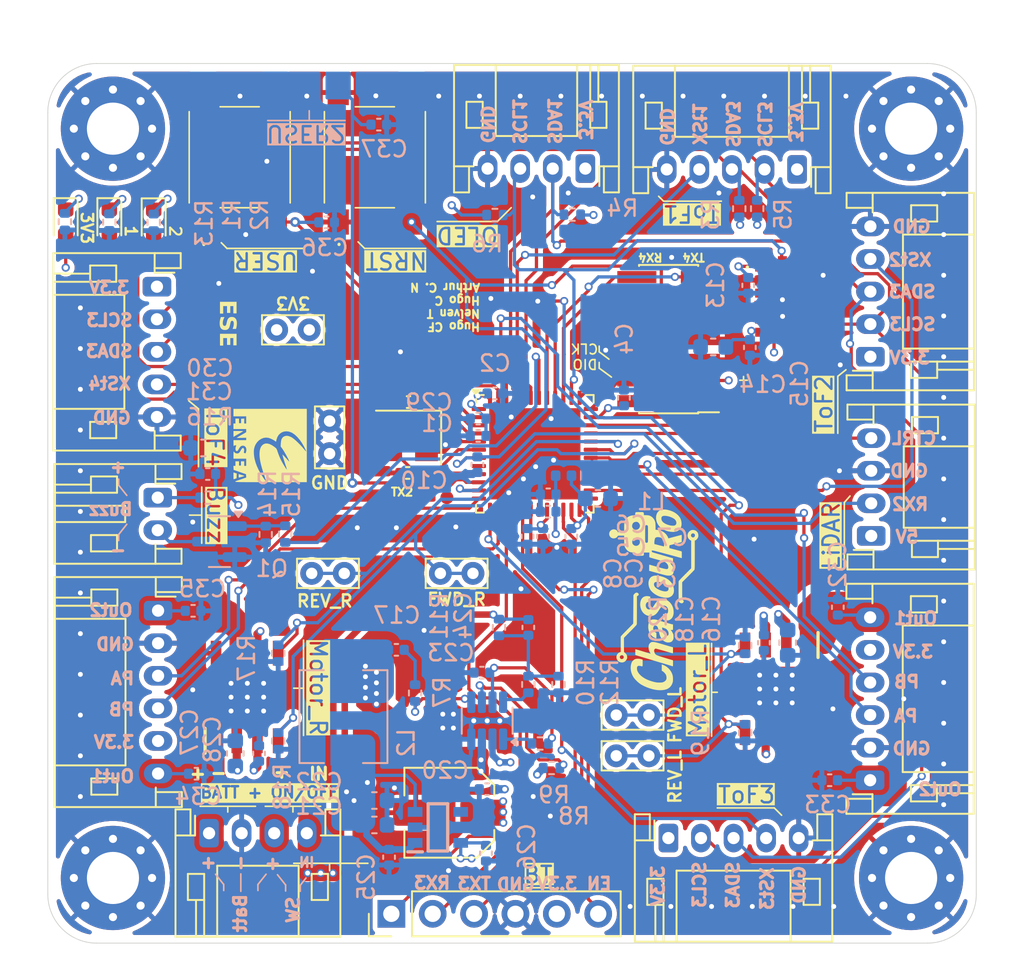
<source format=kicad_pcb>
(kicad_pcb (version 20241229) (generator "pcbnew") (generator_version "9.0")
  (layers (0 "F.Cu" signal) (4 "In1.Cu" power "In1_GND.Cu") (6 "In2.Cu" power "In2_3V3.Cu") (2 "B.Cu" signal) (13 "F.Paste" user) (15 "B.Paste" user) (5 "F.SilkS" user "F.Silkscreen") (7 "B.SilkS" user "B.Silkscreen") (1 "F.Mask" user) (3 "B.Mask" user) (25 "Edge.Cuts" user))
  (net 0 "")
  (net 1 "+7.5V")
  (net 2 "REV_L")
  (net 3 "GND")
  (net 4 "OUT_1_L")
  (net 5 "FWD_L")
  (net 6 "NRST")
  (net 7 "OUT_1_R")
  (net 8 "Net-(IC3-VCC)")
  (net 9 "FWD_R")
  (net 10 "REV_R")
  (net 11 "Net-(IC3-BST)")
  (net 12 "SW")
  (net 13 "PG")
  (net 14 "EN{slash}SYNC")
  (net 15 "/Power&Control/R_Bridge")
  (net 16 "+5V")
  (net 17 "+3.3V")
  (net 18 "SCL1")
  (net 19 "INT_XL2")
  (net 20 "INT_XL1")
  (net 21 "SDA1")
  (net 22 "SWDIO")
  (net 23 "TX4")
  (net 24 "RX4")
  (net 25 "SWCLK")
  (net 26 "Net-(U1-PF1)")
  (net 27 "M_CTRL")
  (net 28 "EN_BT")
  (net 29 "TX3")
  (net 30 "ENC_PB_R")
  (net 31 "ENC_PA_R")
  (net 32 "LED_STATE")
  (net 33 "Net-(U1-PF0)")
  (net 34 "ENC_PB_L")
  (net 35 "TX2")
  (net 37 "RX2")
  (net 38 "ENC_PA_L")
  (net 39 "/USER1")
  (net 40 "RX3")
  (net 42 "SCL3")
  (net 43 "SDA3")
  (net 44 "Net-(D3-K)")
  (net 45 "Net-(D1-K)")
  (net 46 "Net-(D2-K)")
  (net 47 "XShunt1")
  (net 48 "XShunt2")
  (net 49 "XShunt3")
  (net 50 "XShunt4")
  (net 55 "+3.3VA")
  (net 56 "Net-(C17-Pad1)")
  (net 57 "/Power&Control/FB")
  (net 63 "/Power&Control/OUT_2_L")
  (net 64 "/Power&Control/OUT_2_R")
  (net 65 "USER2")
  (net 66 "/D1")
  (net 67 "/D2")
  (net 68 "Buzzer")
  (net 69 "/Sensors&periphs/Buzz+")
  (net 70 "/Sensors&periphs/D_Buzz-")
  (net 71 "/Sensors&periphs/G_Q1")
  (net 75 "VBAT+")
  (footprint "Capacitor_SMD:C_Elec_5x5.4" (layer "F.Cu") (at 123.65 92.995 180)
    (property "Reference" "C19" (hide yes))
    (property "Value" "47u")
  )
  (footprint "Connector_JST:JST_PH_S5B-PH-K_1x05_P2.00mm_Horizontal" (layer "F.Cu") (at 105.7 60.7 -90)
    (property "Reference" "J8" (hide yes))
    (property "Value" "ToF4")
  )
  (footprint "TestPoint:TestPoint_Bridge_Pitch2.0mm_Drill0.7mm" (layer "F.Cu") (at 115.2 78.3)
    (property "Reference" "TP7" (hide yes))
    (property "Value" "REV_R")
  )
  (footprint "ESE:430182070816" (layer "F.Cu") (at 119.08 52.755 90)
    (property "Reference" "S1" (hide yes))
    (property "Value" "NRST")
  )
  (footprint "LED_SMD:LED_0603_1608Metric" (layer "F.Cu") (at 102.777097 56.75 -90)
    (property "Reference" "D1" (hide yes))
    (property "Value" "1")
  )
  (footprint "LED_SMD:LED_0603_1608Metric" (layer "F.Cu") (at 100.1 56.75 -90)
    (property "Reference" "D3" (hide yes))
    (property "Value" "3V3")
  )
  (footprint "ESE:430182070816" (layer "F.Cu") (at 110.78 52.755 90)
    (property "Reference" "S2" (hide yes))
    (property "Value" "USER")
  )
  (footprint "Connector_JST:JST_PH_S4B-PH-K_1x04_P2.00mm_Horizontal" (layer "F.Cu") (at 108.9 94.25)
    (property "Reference" "J11" (hide yes))
    (property "Value" "BATT + ON/OFF")
  )
  (footprint "LED_SMD:LED_0603_1608Metric" (layer "F.Cu") (at 105.5 56.7625 -90)
    (property "Reference" "D2" (hide yes))
    (property "Value" "2")
  )
  (footprint "TestPoint:TestPoint_Bridge_Pitch2.0mm_Drill0.7mm" (layer "F.Cu") (at 133.9 87)
    (property "Reference" "TP4" (hide yes))
    (property "Value" "FWD_L")
  )
  (footprint "TestPoint:TestPoint_Bridge_Pitch2.0mm_Drill0.7mm" (layer "F.Cu") (at 133.9 89.5)
    (property "Reference" "TP5" (hide yes))
    (property "Value" "REV_L")
  )
  (footprint "Connector_JST:JST_PH_S6B-PH-K_1x06_P2.00mm_Horizontal" (layer "F.Cu") (at 149.485778 90.999606 90)
    (property "Reference" "J9" (hide yes))
    (property "Value" "Motor_L")
  )
  (footprint "Crystal:Crystal_SMD_3225-4Pin_3.2x2.5mm" (layer "F.Cu") (at 121.15 69.96 180)
    (property "Reference" "Y1" (hide yes))
    (property "Value" "Crystal_GND24_Small")
  )
  (footprint "LOGO" (layer "F.Cu") (at 136.316597 79.8 90)
    (property "Reference" "G***" (hide yes))
    (property "Value" "LOGO" (hide yes))
  )
  (footprint "Capacitor_SMD:C_0402_1005Metric" (layer "F.Cu") (at 121.095 72.135 180)
    (property "Reference" "C12" (hide yes))
    (property "Value" "22p")
  )
  (footprint "MountingHole:MountingHole_3.2mm_M3_Pad_Via" (layer "F.Cu") (at 152 97)
    (property "Reference" "H2" (hide yes))
    (property "Value" "MountingHole_Pad")
  )
  (footprint "Connector_PinHeader_1.27mm:PinHeader_2x07_P1.27mm_Vertical_SMD" (layer "F.Cu") (at 137.113 63.92 180)
    (property "Reference" "J3" (hide yes))
    (property "Value" "Conn_ST_STDC14" (hide yes))
  )
  (footprint "ESE:ADXL343BCCZRL" (layer "F.Cu") (at 144.098 61.498)
    (property "Reference" "IC1" (hide yes))
    (property "Value" "ADXL343BCCZ-RL" (hide yes))
  )
  (footprint "Package_DFN_QFN:QFN-48-1EP_7x7mm_P0.5mm_EP5.6x5.6mm" (layer "F.Cu") (at 128.9 70.96)
    (property "Reference" "U1" (hide yes))
    (property "Value" "STM32G431CBUx")
  )
  (footprint "Connector_JST:JST_PH_S4B-PH-K_1x04_P2.00mm_Horizontal" (layer "F.Cu") (at 149.55 76 90)
    (property "Reference" "J1" (hide yes))
    (property "Value" "LiDAR")
  )
  (footprint "Connector_JST:JST_PH_S6B-PH-K_1x06_P2.00mm_Horizontal" (layer "F.Cu") (at 105.77 80.588 -90)
    (property "Reference" "J10" (hide yes))
    (property "Value" "Motor_R")
  )
  (footprint "TestPoint:TestPoint_Bridge_Pitch2.0mm_Drill0.7mm" (layer "F.Cu") (at 115.05 63.35 180)
    (property "Reference" "TP3" (hide yes))
    (property "Value" "3V3")
  )
  (footprint "Connector_JST:JST_PH_S2B-PH-K_1x02_P2.00mm_Horizontal" (layer "F.Cu") (at 105.75 73.65 -90)
    (property "Reference" "J12" (hide yes))
    (property "Value" "Buzz")
  )
  (footprint "TestPoint:TestPoint_Bridge_Pitch2.0mm_Drill0.7mm" (layer "F.Cu") (at 123.1 78.3)
    (property "Reference" "TP6" (hide yes))
    (property "Value" "FWD_R")
  )
  (footprint "MountingHole:MountingHole_3.2mm_M3_Pad_Via" (layer "F.Cu") (at 152 51)
    (property "Reference" "H3" (hide yes))
    (property "Value" "MountingHole_Pad")
  )
  (footprint "LOGO" (layer "F.Cu") (at 112.65 70.45 -90)
    (property "Reference" "G***" (hide yes))
    (property "Value" "LOGO" (hide yes))
  )
  (footprint "Capacitor_SMD:C_0402_1005Metric" (layer "F.Cu") (at 121.145 67.785 180)
    (property "Reference" "C11" (hide yes))
    (property "Value" "22p")
  )
  (footprint "Connector_JST:JST_PH_S5B-PH-K_1x05_P2.00mm_Horizontal" (layer "F.Cu") (at 149.5 65 90)
    (property "Reference" "J6" (hide yes))
    (property "Value" "ToF2")
  )
  (footprint "MountingHole:MountingHole_3.2mm_M3_Pad_Via" (layer "F.Cu") (at 103 97)
    (property "Reference" "H1" (hide yes))
    (property "Value" "MountingHole_Pad")
  )
  (footprint "MountingHole:MountingHole_3.2mm_M3_Pad_Via" (layer "F.Cu") (at 103 51)
    (property "Reference" "H4" (hide yes))
    (property "Value" "MountingHole_Pad")
  )
  (footprint "ESE:SOIC127P600X150-9N" (layer "F.Cu") (at 143.705778 85.386606 -90)
    (property "Reference" "IC2" (hide yes))
    (property "Value" "ZXBM5210-SP-13" (hide yes))
  )
  (footprint "Connector_JST:JST_PH_S4B-PH-K_1x04_P2.00mm_Horizontal" (layer "F.Cu") (at 132 53.45 180)
    (property "Reference" "J2" (hide yes))
    (property "Value" "OLED")
  )
  (footprint "Connector_JST:JST_PH_S5B-PH-K_1x05_P2.00mm_Horizontal" (layer "F.Cu") (at 145 53.5 180)
    (property "Reference" "J5" (hide yes))
    (property "Value" "ToF1")
  )
  (footprint "TestPoint:TestPoint_Bridge_Pitch2.0mm_Drill0.7mm" (layer "F.Cu") (at 116.3 70.95 90)
    (property "Reference" "TP2" (hide yes))
    (property "Value" "GND")
  )
  (footprint "Connector_JST:JST_PH_S5B-PH-K_1x05_P2.00mm_Horizontal" (layer "F.Cu") (at 137.1 94.55)
    (property "Reference" "J7" (hide yes))
    (property "Value" "ToF3")
  )
  (footprint "Connector_PinHeader_2.54mm:PinHeader_1x06_P2.54mm_Vertical" (layer "F.Cu") (at 120.09 99.2 90)
    (property "Reference" "J4" (hide yes))
    (property "Value" "BT")
  )
  (footprint "ESE:SOIC127P600X150-9N" (layer "F.Cu") (at 111.235 85.888 90)
    (property "Reference" "IC4" (hide yes))
    (property "Value" "ZXBM5210-SP-13" (hide yes))
  )
  (footprint "Resistor_SMD:R_0402_1005Metric" (layer "B.Cu") (at 121.55 85.645 90)
    (property "Reference" "R7")
    (property "Value" "20")
  )
  (footprint "Resistor_SMD:R_0402_1005Metric" (layer "B.Cu") (at 105.5 56.75 90)
    (property "Reference" "R2")
    (property "Value" "2.7k")
  )
  (footprint "Capacitor_SMD:C_0402_1005Metric" (layer "B.Cu") (at 125.42 68.8 180)
    (property "Reference" "C29")
    (property "Value" "0.1u")
  )
  (footprint "Capacitor_SMD:C_0402_1005Metric" (layer "B.Cu") (at 147 91 180)
    (property "Reference" "C33")
    (property "Value" "0.1u")
  )
  (footprint "Capacitor_SMD:C_0402_1005Metric" (layer "B.Cu") (at 107.92 80.6)
    (property "Reference" "C35")
    (property "Value" "0.1u")
  )
  (footprint "Capacitor_SMD:C_0402_1005Metric" (layer "B.Cu") (at 108.12 90.6)
    (property "Reference" "C34")
    (property "Value" "0.1u")
  )
  (footprint "Resistor_SMD:R_0402_1005Metric" (layer "B.Cu") (at 126.7 81.62 -90)
    (property "Reference" "R11")
    (property "Value" "40.2k")
  )
  (footprint "Resistor_SMD:R_0402_1005Metric" (layer "B.Cu") (at 131.2 56.275)
    (property "Reference" "R4")
    (property "Value" "4.7k")
  )
  (footprint "Resistor_SMD:R_0402_1005Metric" (layer "B.Cu") (at 141.45 55.91 -90)
    (property "Reference" "R3")
    (property "Value" "4.7k")
  )
  (footprint "Capacitor_SMD:C_0402_1005Metric" (layer "B.Cu") (at 119.95 95.725 -90)
    (property "Reference" "C25")
    (property "Value" "1u")
  )
  (footprint "Capacitor_SMD:C_0402_1005Metric" (layer "B.Cu") (at 142.960778 82.554606 -90)
    (property "Reference" "C18")
    (property "Value" "0.1u")
  )
  (footprint "Capacitor_SMD:C_0603_1608Metric" (layer "B.Cu") (at 119.05 92.245)
    (property "Reference" "C22")
    (property "Value" "22u")
  )
  (footprint "Resistor_SMD:R_0402_1005Metric" (layer "B.Cu") (at 113.575 75.89 90)
    (property "Reference" "R15")
    (property "Value" "470")
  )
  (footprint "Resistor_SMD:R_0402_1005Metric" (layer "B.Cu") (at 130.35 85.12 -90)
    (property "Reference" "R12")
    (property "Value" "7.68k")
  )
  (footprint "Capacitor_SMD:C_0603_1608Metric" (layer "B.Cu") (at 110.51 89.355 90)
    (property "Reference" "C27")
    (property "Value" "10u")
  )
  (footprint "Resistor_SMD:R_0402_1005Metric" (layer "B.Cu") (at 100.05 56.71 90)
    (property "Reference" "R13")
    (property "Value" "2.7k")
  )
  (footprint "Capacitor_SMD:C_0402_1005Metric" (layer "B.Cu") (at 129.72 73.45 180)
    (property "Reference" "C6")
    (property "Value" "1u")
  )
  (footprint "ESE:SOT95P280X125-5N" (layer "B.Cu") (at 122.95 93.895)
    (property "Reference" "IC5" (hide yes))
    (property "Value" "BU33SD5WG-TR" (hide yes))
  )
  (footprint "Capacitor_SMD:C_0402_1005Metric" (layer "B.Cu") (at 142 60.62 -90)
    (property "Reference" "C13")
    (property "Value" "0.1u")
  )
  (footprint "Capacitor_SMD:C_0402_1005Metric" (layer "B.Cu") (at 129.4 76.03 -90)
    (property "Reference" "C9")
    (property "Value" "0.1u")
  )
  (footprint "Capacitor_SMD:C_0603_1608Metric" (layer "B.Cu") (at 132.775 73.7)
    (property "Reference" "C7")
    (property "Value" "22u")
  )
  (footprint "Capacitor_SMD:C_0402_1005Metric" (layer "B.Cu") (at 125.65 84.395 180)
    (property "Reference" "C23")
    (property "Value" "0.1u")
  )
  (footprint "Capacitor_SMD:C_0402_1005Metric" (layer "B.Cu") (at 108.82 72.2 180)
    (property "Reference" "C30")
    (property "Value" "0.1u")
  )
  (footprint "Package_TO_SOT_SMD:SOT-23" (layer "B.Cu") (at 109.5375 76.35 180)
    (property "Reference" "Q1")
    (property "Value" "SQ2310ES")
  )
  (footprint "Resistor_SMD:R_0402_1005Metric" (layer "B.Cu") (at 142.55 55.91 -90)
    (property "Reference" "R5")
    (property "Value" "4.7k")
  )
  (footprint "Capacitor_SMD:C_0402_1005Metric" (layer "B.Cu") (at 131.14 76.03 -90)
    (property "Reference" "C3")
    (property "Value" "0.1u")
  )
  (footprint "Capacitor_SMD:C_0402_1005Metric" (layer "B.Cu") (at 125.375 71.625 -90)
    (property "Reference" "C10")
    (property "Value" "0.1u")
  )
  (footprint "Capacitor_SMD:C_0603_1608Metric" (layer "B.Cu") (at 108.55 70.6 180)
    (property "Reference" "C31")
    (property "Value" "10u")
  )
  (footprint "Resistor_SMD:R_0402_1005Metric" (layer "B.Cu") (at 102.777097 56.7375 90)
    (property "Reference" "R1")
    (property "Value" "2.7k")
  )
  (footprint "Resistor_SMD:R_0402_1005Metric" (layer "B.Cu") (at 108.84 73.65)
    (property "Reference" "R16")
    (property "Value" "100")
  )
  (footprint "Capacitor_SMD:C_0402_1005Metric" (layer "B.Cu") (at 147.5 80.38 90)
    (property "Reference" "C32")
    (property "Value" "0.1u")
  )
  (footprint "Resistor_SMD:R_0402_1005Metric" (layer "B.Cu") (at 141.810778 82.724606 90)
    (property "Reference" "R20")
    (property "Value" "100k")
  )
  (footprint "Capacitor_SMD:C_0603_1608Metric" (layer "B.Cu") (at 144.420778 82.554606 -90)
    (property "Reference" "C16")
    (property "Value" "10u")
  )
  (footprint "Capacitor_SMD:C_0402_1005Metric" (layer "B.Cu") (at 125.42 69.86 180)
    (property "Reference" "C1")
    (property "Value" "4.7u")
  )
  (footprint "Resistor_SMD:R_0402_1005Metric" (layer "B.Cu") (at 113.145 83.203 -90)
    (property "Reference" "R17")
    (property "Value" "100k" (hide yes))
  )
  (footprint "Resistor_SMD:R_0402_1005Metric" (layer "B.Cu") (at 129.225 88.745)
    (property "Reference" "R9")
    (property "Value" "100k")
  )
  (footprint "Capacitor_SMD:C_0402_1005Metric" (layer "B.Cu") (at 120.4 82.995 180)
    (property "Reference" "C17")
    (property "Value" "0.1u")
  )
  (footprint "Capacitor_SMD:C_0402_1005Metric" (layer "B.Cu") (at 119.32 50.75)
    (property "Reference" "C37")
    (property "Value" "0.1u")
  )
  (footprint "Capacitor_SMD:C_0402_1005Metric" (layer "B.Cu") (at 125.9 95.48 -90)
    (property "Reference" "C26")
    (property "Value" "1u")
  )
  (footprint "Capacitor_SMD:C_0402_1005Metric" (layer "B.Cu") (at 111.97 89.355 90)
    (property "Reference" "C28")
    (property "Value" "0.1u")
  )
  (footprint "Resistor_SMD:R_0402_1005Metric" (layer "B.Cu") (at 112.375 75.91 -90)
    (property "Reference" "R14")
    (property "Value" "100k")
  )
  (footprint "Capacitor_SMD:C_0402_1005Metric" (layer "B.Cu") (at 128.5 81.62 -90)
    (property "Reference" "C24")
    (property "Value" "15p")
  )
  (footprint "Resistor_SMD:R_0402_1005Metric" (layer "B.Cu") (at 129.925 90.245)
    (property "Reference" "R8")
    (property "Value" "100k")
  )
  (footprint "Capacitor_SMD:C_0402_1005Metric" (layer "B.Cu") (at 126.45 67.25)
    (property "Reference" "C2")
    (property "Value" "0.1u")
  )
  (footprint "Capacitor_SMD:C_0402_1005Metric" (layer "B.Cu") (at 134.37 67.53 90)
    (property "Reference" "C4")
    (property "Value" "0.1u")
  )
  (footprint "Inductor_SMD:L_0402_1005Metric" (layer "B.Cu") (at 130.665 72.3)
    (property "Reference" "L1")
    (property "Value" "4.7n")
  )
  (footprint "Capacitor_SMD:C_0402_1005Metric" (layer "B.Cu") (at 142.1 64.43 -90)
    (property "Reference" "C15")
    (property "Value" "0.1u")
  )
  (footprint "Capacitor_SMD:C_0603_1608Metric" (layer "B.Cu") (at 119.05 93.745)
    (property "Reference" "C21")
    (property "Value" "22u")
  )
  (footprint "Capacitor_SMD:C_0402_1005Metric" (layer "B.Cu") (at 128.45 76.03 -90)
    (property "Reference" "C8")
    (property "Value" "1u")
  )
  (footprint "Resistor_SMD:R_0402_1005Metric" (layer "B.Cu") (at 126.45 56.3 180)
    (property "Reference" "R6")
    (property "Value" "4.7k")
  )
  (footprint "Inductor_SMD:L_Wuerth_HCI-5040" (layer "B.Cu") (at 117.15 87.095 -90)
    (property "Reference" "L2")
    (property "Value" "4.7u" (hide yes))
  )
  (footprint "Resistor_SMD:R_0402_1005Metric" (layer "B.Cu") (at 128.5 85.12 -90)
    (property "Reference" "R10")
    (property "Value" "16k")
  )
  (footprint "Package_TO_SOT_SMD:TSOT-23-8" (layer "B.Cu") (at 125.975 87.345 90)
    (property "Reference" "IC3" (hide yes))
    (property "Value" "MP1475DJ-LF-P")
  )
  (footprint "Capacitor_SMD:C_0402_1005Metric" (layer "B.Cu") (at 116.12 56.75)
    (property "Reference" "C36")
    (property "Value" "0.1u")
  )
  (footprint "Resistor_SMD:R_0402_1005Metric" (layer "B.Cu") (at 141.810778 88.074606 -90)
    (property "Reference" "R19")
    (property "Value" "100k")
  )
  (footprint "Capacitor_SMD:C_0603_1608Metric" (layer "B.Cu") (at 139.85 64.4 180)
    (property "Reference" "C14")
    (property "Value" "10u")
  )
  (footprint "Capacitor_SMD:C_0402_1005Metric" (layer "B.Cu") (at 129.72 74.51 180)
    (property "Reference" "C5")
    (property "Value" "10n")
  )
  (footprint "Capacitor_SMD:C_0402_1005Metric" (layer "B.Cu") (at 125.97 91.55 180)
    (property "Reference" "C20")
    (property "Value" "0.1u")
  )
  (footprint "Resistor_SMD:R_0402_1005Metric" (layer "B.Cu") (at 113.145 88.588 -90)
    (property "Reference" "R18")
    (property "Value" "100k")
  )
  (gr_circle (center 123.5 73.65) (end 123.8 73.65) (stroke (width 0.2)) (fill yes) (layers "F.Cu" "F.Mask") (net 35))
  (gr_rect (start 112.325 47.6) (end 113.675 49.1) (stroke (width 0.2)) (fill yes) (layers "B.Cu" "B.Mask") (net 3))
  (gr_rect (start 116.15 47.6) (end 117.5 49.1) (stroke (width 0.2)) (fill yes) (layers "B.Cu" "B.Mask") (net 65))
  (gr_line (start 116.3 96.1) (end 116.3 96.55) (stroke (width 0.1)) (layer "F.SilkS"))
  (gr_line (start 147.9 73.95) (end 148.25 73.55) (stroke (width 0.1)) (layer "F.SilkS"))
  (gr_line (start 114.7 85.35) (end 114.1 85.35) (stroke (width 0.1)) (layer "F.SilkS"))
  (gr_line (start 114.1 96.1) (end 118.65 96.1) (stroke (width 0.1)) (layer "F.SilkS"))
  (gr_line (start 132.85 64.7) (end 133.45 65.15) (stroke (width 0.1)) (layer "F.SilkS"))
  (gr_line (start 126.6 56.7) (end 127.45 55.85) (stroke (width 0.1)) (layer "F.SilkS"))
  (gr_line (start 132.85 65.35) (end 132.85 65.7) (stroke (width 0.1)) (layer "F.SilkS"))
  (gr_line (start 108.45 74.725) (end 107.7 74.725) (stroke (width 0.1)) (layer "F.SilkS"))
  (gr_line (start 114.75 58.35) (end 110 58.35) (stroke (width 0.1)) (layer "F.SilkS"))
  (gr_line (start 122.9 56.7) (end 126.6 56.7) (stroke (width 0.1)) (layer "F.SilkS"))
  (gr_line (start 114.05 92.6) (end 114.05 92.95) (stroke (width 0.1)) (layer "F.SilkS"))
  (gr_line (start 147.9 78) (end 147.9 73.95) (stroke (width 0.1)) (layer "F.SilkS"))
  (gr_line (start 110 58.35) (end 109.65 58) (stroke (width 0.1)) (layer "F.SilkS"))
  (gr_line (start 128.25 97.6) (end 130.05 97.6) (stroke (width 0.1)) (layer "F.SilkS"))
  (gr_line (start 122.2 58.35) (end 118.45 58.35) (stroke (width 0.1)) (layer "F.SilkS"))
  (gr_line (start 108.35 92.6) (end 111.75 92.6) (stroke (width 0.1)) (layer "F.SilkS"))
  (gr_line (start 118.45 58.35) (end 118.05 57.95) (stroke (width 0.1)) (layer "F.SilkS"))
  (gr_line (start 108.25 71.75) (end 108.25 68.2) (stroke (width 0.1)) (layer "F.SilkS"))
  (gr_line (start 147.5 66.2) (end 148 65.8) (stroke (width 0.1)) (layer "F.SilkS"))
  (gr_line (start 108.25 68.2) (end 107.65 67.7) (stroke (width 0.1)) (layer "F.SilkS"))
  (gr_line (start 136.8 55.45) (end 136.5 55.15) (stroke (width 0.1)) (layer "F.SilkS"))
  (gr_line (start 139.75 82.6) (end 139.75 88.3) (stroke (width 0.1)) (layer "F.SilkS"))
  (gr_line (start 143.6 92.7) (end 144.05 93.15) (stroke (width 0.1)) (layer "F.SilkS"))
  (gr_line (start 147.5 69.7) (end 147.5 66.2) (stroke (width 0.1)) (layer "F.SilkS"))
  (gr_line (start 140.1 92.7) (end 143.6 92.7) (stroke (width 0.1)) (layer "F.SilkS"))
  (gr_line (start 132.85 64.35) (end 132.85 64.7) (stroke (width 0.1)) (layer "F.SilkS"))
  (gr_line (start 108.45 73) (end 108.45 76.45) (stroke (width 0.1)) (layer "F.SilkS"))
  (gr_line (start 114.7 82.4) (end 114.7 88.25) (stroke (width 0.1)) (layer "F.SilkS"))
  (gr_line (start 110.05 92.6) (end 110.05 92.95) (stroke (width 0.1)) (layer "F.SilkS"))
  (gr_line (start 139.8 85.6) (end 140.1 85.6) (stroke (width 0.1)) (layer "F.SilkS"))
  (gr_line (start 140.35 55.45) (end 136.8 55.45) (stroke (width 0.1)) (layer "F.SilkS"))
  (gr_line (start 132.85 65.7) (end 133.6 66.25) (stroke (width 0.1)) (layer "F.SilkS"))
  (gr_line (start 112.35 92.6) (end 115.75 92.6) (stroke (width 0.1)) (layer "F.SilkS"))
  (gr_line (start 114.85 97) (end 114.5 97.45) (stroke (width 0.1)) (layer "B.SilkS"))
  (gr_line (start 117.25 50.5) (end 112.5 50.5) (stroke (width 0.1)) (layer "B.SilkS"))
  (gr_line (start 103.85 75.285) (end 103.35 75.915) (stroke (width 0.1)) (layer "B.SilkS"))
  (gr_line (start 113.6 97.43) (end 113.6 97.8) (stroke (width 0.1)) (layer "B.SilkS"))
  (gr_line (start 109.3 96.77) (end 109.8 97.4) (stroke (width 0.1)) (layer "B.SilkS"))
  (gr_line (start 110.85 96.75) (end 110.85 97.82) (stroke (width 0.1)) (layer "B.SilkS"))
  (gr_line (start 112.4 96.77) (end 111.9 97.4) (stroke (width 0.1)) (layer "B.SilkS"))
  (gr_line (start 111.9 97.4) (end 111.9 97.77) (stroke (width 0.1)) (layer "B.SilkS"))
  (gr_line (start 115.05 50.5) (end 115.05 49.9) (stroke (width 0.1)) (layer "B.SilkS"))
  (gr_line (start 113.1 96.8) (end 113.6 97.43) (stroke (width 0.1)) (layer "B.SilkS"))
  (gr_line (start 114.5 97.45) (end 114.5 97.82) (stroke (width 0.1)) (layer "B.SilkS"))
  (gr_line (start 103.35 72.885) (end 103.35 72.515) (stroke (width 0.1)) (layer "B.SilkS"))
  (gr_line (start 109.8 97.4) (end 109.8 97.77) (stroke (width 0.1)) (layer "B.SilkS"))
  (gr_line (start 103.85 73.515) (end 103.35 72.885) (stroke (width 0.1)) (layer "B.SilkS"))
  (gr_line (start 103.35 75.915) (end 103.35 76.285) (stroke (width 0.1)) (layer "B.SilkS"))
  (gr_arc (start 99 50) (mid 99.87868 47.87868) (end 102 47) (stroke (width 0.05)) (layer "Edge.Cuts"))
  (gr_line (start 102 101) (end 153 101) (stroke (width 0.05)) (layer "Edge.Cuts"))
  (gr_line (start 99 50) (end 99 98) (stroke (width 0.05)) (layer "Edge.Cuts"))
  (gr_line (start 153 47) (end 102 47) (stroke (width 0.05)) (layer "Edge.Cuts"))
  (gr_arc (start 102 101) (mid 99.87868 100.12132) (end 99 98) (stroke (width 0.05)) (layer "Edge.Cuts"))
  (gr_arc (start 156 98) (mid 155.12132 100.12132) (end 153 101) (stroke (width 0.05)) (layer "Edge.Cuts"))
  (gr_arc (start 153 47) (mid 155.12132 47.87868) (end 156 50) (stroke (width 0.05)) (layer "Edge.Cuts"))
  (gr_line (start 156 98) (end 156 50) (stroke (width 0.05)) (layer "Edge.Cuts"))
  (gr_text "+" (at 108.6 90.05 90) (layer "F.SilkS") (effects (font (size 0.75 0.75) (thickness 0.1875) (bold yes)) (justify left bottom mirror)))
  (gr_text "TX2" (at 120 73.6 0) (layer "F.SilkS") (effects (font (size 0.5 0.5) (thickness 0.125) (bold yes)) (justify left bottom)))
  (gr_text "Hugo CF\nNelven T\nHugo C\nArthur C. N" (at 125.6 60.45 180) (layer "F.SilkS") (effects (font (size 0.5 0.5) (thickness 0.125) (bold yes)) (justify left bottom)))
  (gr_text "CLK" (at 132.85 64.15 180) (layer "F.SilkS") (effects (font (size 0.6 0.6) (thickness 0.1)) (justify left bottom)))
  (gr_text "ESE" (at 109.4 61.5 270) (layer "F.SilkS") (effects (font (size 1 1) (thickness 0.25) (bold yes) (italic yes)) (justify left bottom)))
  (gr_text "IN" (at 114.95 91.05 0) (layer "F.SilkS") (effects (font (size 0.75 0.75) (thickness 0.1875) (bold yes)) (justify left bottom)))
  (gr_text "DIO" (at 132.8 65.1 180) (layer "F.SilkS") (effects (font (size 0.6 0.6) (thickness 0.1)) (justify left bottom)))
  (gr_text "+" (at 113.75 89.95 90) (layer "F.SilkS") (effects (font (size 0.75 0.75) (thickness 0.1875) (bold yes)) (justify left bottom mirror)))
  (gr_text "RX4" (at 136.8 58.6 180) (layer "F.SilkS") (effects (font (size 0.5 0.5) (thickness 0.125) (bold yes)) (justify left bottom)))
  (gr_text "+" (at 142.15 66.75 0) (layer "F.SilkS") (effects (font (size 0.6 0.6) (thickness 0.1)) (justify left bottom mirror)))
  (gr_text "-" (at 111.85 91.6 180) (layer "F.SilkS") (effects (font (size 0.75 0.75) (thickness 0.1875) (bold yes)) (justify left bottom mirror)))
  (gr_text "-" (at 108.9 90.2 180) (layer "F.SilkS") (effects (font (size 0.75 0.75) (thickness 0.1875) (bold yes)) (justify left bottom mirror)))
  (gr_text "TX4" (at 139.4 58.6 180) (layer "F.SilkS") (effects (font (size 0.5 0.5) (thickness 0.125) (bold yes)) (justify left bottom)))
  (gr_text "GND" (at 153.3 57.45 0) (layer "B.SilkS") (effects (font (size 0.75 0.75) (thickness 0.1875) (bold yes)) (justify left bottom mirror)))
  (gr_text "RX3" (at 123.8 97.75 0) (layer "B.SilkS") (effects (font (size 0.75 0.75) (thickness 0.1875) (bold yes)) (justify left bottom mirror)))
  (gr_text "3.3V" (at 136.9 96.15 90) (layer "B.SilkS") (effects (font (size 0.75 0.75) (thickness 0.1875) (bold yes)) (justify left bottom mirror)))
  (gr_text "SDA3" (at 104.3 65.1 0) (layer "B.SilkS") (effects (font (size 0.75 0.75) (thickness 0.1875) (bold yes)) (justify left bottom mirror)))
  (gr_text "GND" (at 145.55 96.15 90) (layer "B.SilkS") (effects (font (size 0.75 0.75) (thickness 0.1875) (bold yes)) (justify left bottom mirror)))
  (gr_text "PA" (at 104.4 85.2 0) (layer "B.SilkS") (effects (font (size 0.75 0.75) (thickness 0.1875) (bold yes)) (justify left bottom mirror)))
  (gr_text "3.3V" (at 104.1 61.2 0) (layer "B.SilkS") (effects (font (size 0.75 0.75) (thickness 0.1875) (bold yes)) (justify left bottom mirror)))
  (gr_text "GND" (at 153.3 89.5 0) (layer "B.SilkS") (effects (font (size 0.75 0.75) (thickness 0.1875) (bold yes)) (justify left bottom mirror)))
  (gr_text "5V" (at 152.55 76.5 0) (layer "B.SilkS") (effects (font (size 0.75 0.75) (thickness 0.1875) (bold yes)) (justify left bottom mirror)))
  (gr_text "+" (at 113.2 95.55 90) (layer "B.SilkS") (effects (font (size 0.75 0.75) (thickness 0.1875) (bold yes)) (justify left bottom mirror)))
  (gr_text "RX2" (at 153.15 74.5 0) (layer "B.SilkS") (effects (font (size 0.75 0.75) (thickness 0.1875) (bold yes)) (justify left bottom mirror)))
  (gr_text "Out1" (at 104.4 91.2 0) (layer "B.SilkS") (effects (font (size 0.75 0.75) (thickness 0.1875) (bold yes)) (justify left bottom mirror)))
  (gr_text "Batt" (at 111.25 97.9 90) (layer "B.SilkS") (effects (font (size 0.75 0.75) (thickness 0.1875) (bold yes)) (justify left bottom mirror)))
  (gr_text "SCL1" (at 127.5 52.05 270) (layer "B.SilkS") (effects (font (size 0.75 0.75) (thickness 0.1875) (bold yes)) (justify left bottom mirror)))
  (gr_text "TX3" (at 126.3 97.8 0) (layer "B.SilkS") (effects (font (size 0.75 0.75) (thickness 0.1875) (bold yes)) (justify left bottom mirror)))
  (gr_text "GND" (at 104.2 69.2 0) (layer "B.SilkS") (effects (font (size 0.75 0.75) (thickness 0.1875) (bold yes)) (justify left bottom mirror)))
  (gr_text "SCL3" (at 104.3 63.2 0) (layer "B.SilkS") (effects (font (size 0.75 0.75) (thickness 0.1875) (bold yes)) (justify left bottom mirror)))
  (gr_text "XSt2" (at 153.35 59.5 0) (layer "B.SilkS") (effects (font (size 0.75 0.75) (thickness 0.1875) (bold yes)) (justify left bottom mirror)))
  (gr_text "Buzz" (at 104.3 74.8 0) (layer "B.SilkS") (effects (font (size 0.75 0.75) (thickness 0.1875) (bold yes)) (justify left bottom mirror)))
  (gr_text "XSt1" (at 138.55 52.1 270) (layer "B.SilkS") (effects (font (size 0.75 0.75) (thickness 0.1875) (bold yes)) (justify left bottom mirror)))
  (gr_text "XSt4" (at 104.2 67.1 0) (layer "B.SilkS") (effects (font (size 0.75 0.75) (thickness 0.1875) (bold yes)) (justify left bottom mirror)))
  (gr_text "GND" (at 153.15 72.45 0) (layer "B.SilkS") (effects (font (size 0.75 0.75) (thickness 0.1875) (bold yes)) (justify left bottom mirror)))
  (gr_text "PB" (at 152.6 85.4 0) (layer "B.SilkS") (effects (font (size 0.75 0.75) (thickness 0.1875) (bold yes)) (justify left bottom mirror)))
  (gr_text "3.3V" (at 131.55 51.8 270) (layer "B.SilkS") (effects (font (size 0.75 0.75) (thickness 0.1875) (bold yes)) (justify left bottom mirror)))
  (gr_text "SDA1" (at 129.65 52.05 270) (layer "B.SilkS") (effects (font (size 0.75 0.75) (thickness 0.1875) (bold yes)) (justify left bottom mirror)))
  (gr_text "SDA3" (at 140.6 52.25 270) (layer "B.SilkS") (effects (font (size 0.75 0.75) (thickness 0.1875) (bold yes)) (justify left bottom mirror)))
  (gr_text "+" (at 103.9 72.2 0) (layer "B.SilkS") (effects (font (size 0.75 0.75) (thickness 0.1875) (bold yes)) (justify left bottom mirror)))
  (gr_text "SCL3" (at 153.6 63.45 0) (layer "B.SilkS") (effects (font (size 0.75 0.75) (thickness 0.1875) (bold yes)) (justify left bottom mirror)))
  (gr_text "SCL3" (at 139.45 95.9 90) (layer "B.SilkS") (effects (font (size 0.75 0.75) (thickness 0.1875) (bold yes)) (justify left bottom mirror)))
  (gr_text "Out1" (at 153.7 81.5 0) (layer "B.SilkS") (effects (font (size 0.75 0.75) (thickness 0.1875) (bold yes)) (justify left bottom mirror)))
  (gr_text "GND" (at 136.55 52.15 270) (layer "B.SilkS") (effects (font (size 0.75 0.75) (thickness 0.1875) (bold yes)) (justify left bottom mirror)))
  (gr_text "PB" (at 104.4 87.1 0) (layer "B.SilkS") (effects (font (size 0.75 0.75) (thickness 0.1875) (bold yes)) (justify left bottom mirror)))
  (gr_text "PA" (at 152.5 87.5 0) (layer "B.SilkS") (effects (font (size 0.75 0.75) (thickness 0.1875) (bold yes)) (justify left bottom mirror)))
  (gr_text "SDA3" (at 141.5 95.9 90) (layer "B.SilkS") (effects (font (size 0.75 0.75) (thickness 0.1875) (bold yes)) (justify left bottom mirror)))
  (gr_text "IN" (at 115.45 96.4 0) (layer "B.SilkS") (effects (font (size 0.6 0.6) (thickness 0.15) (bold yes)) (justify left bottom mirror)))
  (gr_text "-" (at 103.9 77.3 0) (layer "B.SilkS") (effects (font (size 0.75 0.75) (thickness 0.1875) (bold yes)) (justify left bottom mirror)))
  (gr_text "GND" (at 125.55 52 270) (layer "B.SilkS") (effects (font (size 0.75 0.75) (thickness 0.1875) (bold yes)) (justify left bottom mirror)))
  (gr_text "SDA3" (at 153.6 61.45 0) (layer "B.SilkS") (effects (font (size 0.75 0.75) (thickness 0.1875) (bold yes)) (justify left bottom mirror)))
  (gr_text "SW" (at 114.5 98.05 90) (layer "B.SilkS") (effects (font (size 0.75 0.75) (thickness 0.1875) (bold yes)) (justify left bottom mirror)))
  (gr_text "SCL3" (at 142.55 52.25 270) (layer "B.SilkS") (effects (font (size 0.75 0.75) (thickness 0.1875) (bold yes)) (justify left bottom mirror)))
  (gr_text "3.3V" (at 153.45 83.55 0) (layer "B.SilkS") (effects (font (size 0.75 0.75) (thickness 0.1875) (bold yes)) (justify left bottom mirror)))
  (gr_text "3.3V" (at 104.4 89.1 0) (layer "B.SilkS") (effects (font (size 0.75 0.75) (thickness 0.1875) (bold yes)) (justify left bottom mirror)))
  (gr_text "+" (at 109.25 95.5 90) (layer "B.SilkS") (effects (font (size 0.75 0.75) (thickness 0.1875) (bold yes)) (justify left bottom mirror)))
  (gr_text "CTRL" (at 153.65 70.45 0) (layer "B.SilkS") (effects (font (size 0.75 0.75) (thickness 0.1875) (bold yes)) (justify left bottom mirror)))
  (gr_text "USER2" (at 114.85 51.3 180) (layer "B.SilkS" knockout) (effects (font (size 1 1)) (justify mirror)))
  (gr_text "3.3V" (at 131.6 97.8 0) (layer "B.SilkS") (effects (font (size 0.75 0.75) (thickness 0.1875) (bold yes)) (justify left bottom mirror)))
  (gr_text "EN" (at 133.7 97.8 0) (layer "B.SilkS") (effects (font (size 0.75 0.75) (thickness 0.1875) (bold yes)) (justify left bottom mirror)))
  (gr_text "Out2" (at 104.3 81 0) (layer "B.SilkS") (effects (font (size 0.75 0.75) (thickness 0.1875) (bold yes)) (justify left bottom mirror)))
  (gr_text "Out2" (at 155.2 92 0) (layer "B.SilkS") (effects (font (size 0.75 0.75) (thickness 0.1875) (bold yes)) (justify left bottom mirror)))
  (gr_text "3.3V" (at 144.45 51.95 270) (layer "B.SilkS") (effects (font (size 0.75 0.75) (thickness 0.1875) (bold yes)) (justify left bottom mirror)))
  (gr_text "GND" (at 104.4 83.1 0) (layer "B.SilkS") (effects (font (size 0.75 0.75) (thickness 0.1875) (bold yes)) (justify left bottom mirror)))
  (gr_text "3.3V" (at 153.25 65.5 0) (layer "B.SilkS") (effects (font (size 0.75 0.75) (thickness 0.1875) (bold yes)) (justify left bottom mirror)))
  (gr_text "-" (at 111.25 95.5 90) (layer "B.SilkS") (effects (font (size 0.75 0.75) (thickness 0.1875) (bold yes)) (justify left bottom mirror)))
  (gr_text "XSt3" (at 143.6 96.25 90) (layer "B.SilkS") (effects (font (size 0.75 0.75) (thickness 0.1875) (bold yes)) (justify left bottom mirror)))
  (gr_text "GND" (at 129 97.85 0) (layer "B.SilkS") (effects (font (size 0.75 0.75) (thickness 0.1875) (bold yes)) (justify left bottom mirror)))
  (segment (start 110.6 90.35) (end 110.65 90.4) (width 0.5) (layer "F.Cu") (net 1))
  (segment (start 144.340778 81.740778) (end 144.340778 82.698606) (width 0.5) (layer "F.Cu") (net 1))
  (segment (start 111.87 82.03) (end 112.05 81.85) (width 0.5) (layer "F.Cu") (net 1))
  (segment (start 111.87 88.576) (end 111.87 90.18) (width 0.5) (layer "F.Cu") (net 1))
  (segment (start 143.070778 88.074606) (end 143.070778 89.370778) (width 0.5) (layer "F.Cu") (net 1))
  (segment (start 144.340778 81.290778) (end 143.85 80.8) (width 0.5) (layer "F.Cu") (net 1))
  (segment (start 143.1 81.5) (end 143.1 82.669384) (width 0.5) (layer "F.Cu") (net 1))
  (segment (start 111.87 90.18) (end 111.65 90.4) (width 0.5) (layer "F.Cu") (net 1))
  (segment (start 143.1 82.669384) (end 143.070778 82.698606) (width 0.5) (layer "F.Cu") (net 1))
  (segment (start 144.340778 82.698606) (end 144.340778 81.290778) (width 0.5) (layer "F.Cu") (net 1))
  (segment (start 110.6 88.576) (end 110.6 90.35) (width 0.5) (layer "F.Cu") (net 1))
  (segment (start 142.95 81.35) (end 143.1 81.5) (width 0.5) (layer "F.Cu") (net 1))
  (segment (start 111.87 83.2) (end 111.87 82.03) (width 0.5) (layer "F.Cu") (net 1))
  (segment (start 142.95 80.9) (end 142.95 81.35) (width 0.5) (layer "F.Cu") (net 1))
  (segment (start 143.070778 89.370778) (end 143.1 89.4) (width 0.5) (layer "F.Cu") (net 1))
  (via (at 143.85 80.8) (size 0.5) (drill 0.3) (layers "F.Cu" "B.Cu") (net 1))
  (via (at 126.95 92.95) (size 0.5) (drill 0.3) (layers "F.Cu" "B.Cu") (net 1))
  (via (at 127.399 89.9) (size 0.5) (drill 0.3) (layers "F.Cu" "B.Cu") (net 1))
  (via (at 114.95 96.7) (size 0.5) (drill 0.3) (layers "F.Cu" "B.Cu") (net 1))
  (via (at 126.75 89.9) (size 0.5) (drill 0.3) (layers "F.Cu" "B.Cu") (net 1))
  (via (at 111.65 90.4) (size 0.5) (drill 0.3) (layers "F.Cu" "B.Cu") (net 1))
  (via (at 126.958635 93.608635) (size 0.5) (drill 0.3) (layers "F.Cu" "B.Cu") (net 1))
  (via (at 127.05 91.55) (size 0.5) (drill 0.3) (layers "F.Cu" "B.Cu") (net 1))
  (via (at 110.65 90.4) (size 0.5) (drill 0.3) (layers "F.Cu" "B.Cu") (net 1))
  (via (at 112.05 81.85) (size 0.5) (drill 0.3) (layers "F.Cu" "B.Cu") (net 1))
  (via (at 115.75 96.7) (size 0.5) (drill 0.3) (layers "F.Cu" "B.Cu") (net 1))
  (via (at 143.1 89.4) (size 0.5) (drill 0.3) (layers "F.Cu" "B.Cu") (net 1))
  (via (at 116.5 96.7) (size 0.5) (drill 0.3) (layers "F.Cu" "B.Cu") (net 1))
  (via (at 142.95 80.9) (size 0.5) (drill 0.3) (layers "F.Cu" "B.Cu") (net 1))
  (via (at 126.95 92.3) (size 0.5) (drill 0.3) (layers "F.Cu" "B.Cu") (net 1))
  (via (at 129.05 90.65) (size 0.5) (drill 0.3) (layers "F.Cu" "B.Cu") (net 1))
  (segment (start 143.85 80.8) (end 143.85 81.208828) (width 0.5) (layer "B.Cu") (net 1))
  (segment (start 129.05 90.65) (end 129.05 90.61) (width 0.5) (layer "B.Cu") (net 1))
  (segment (start 110.65 90.27) (end 110.51 90.13) (width 0.5) (layer "B.Cu") (net 1))
  (segment (start 142.95 80.9) (end 142.95 81.628444) (width 0.5) (layer "B.Cu") (net 1))
  (segment (start 111.65 90.155) (end 111.97 89.835) (width 0.5) (layer "B.Cu") (net 1))
  (segment (start 111.65 90.4) (end 111.65 90.155) (width 0.5) (layer "B.Cu") (net 1))
  (segment (start 142.960778 81.639222) (end 142.960778 82.074606) (width 0.5) (layer "B.Cu") (net 1))
  (segment (start 126.75 89.9) (end 126.3 89.45) (width 0.4) (layer "B.Cu") (net 1))
  (segment (start 142.95 81.628444) (end 142.960778 81.639222) (width 0.5) (layer "B.Cu") (net 1))
  (segment (start 126.3 89.45) (end 126.3 88.645) (width 0.4) (layer "B.Cu") (net 1))
  (segment (start 110.65 90.4) (end 110.65 90.27) (width 0.5) (layer "B.Cu") (net 1))
  (segment (start 110.65 90.4) (end 110.65 89.975) (width 0.5) (layer "B.Cu") (net 1))
  (segment (start 126.75 89.9) (end 127.399 89.9) (width 0.4) (layer "B.Cu") (net 1))
  (segment (start 127.05 91.55) (end 126.45 91.55) (width 0.5) (layer "B.Cu") (net 1))
  (segment (start 129.05 90.61) (end 129.415 90.245) (width 0.5) (layer "B.Cu") (net 1))
  (segment (start 143.85 81.208828) (end 144.420778 81.779606) (width 0.5) (layer "B.Cu") (net 1))
  (segment (start 141.43 74.12) (end 140.89 74.12) (width 0.2) (layer "F.Cu") (net 2))
  (segment (start 130.16 61.58) (end 129.65 62.09) (width 0.2) (layer "F.Cu") (net 2))
  (segment (start 130.7 61.58) (end 130.16 61.58) (width 0.2) (layer "F.Cu") (net 2))
  (segment (start 140.8 87.55) (end 141.276172 87.55) (width 0.2) (layer "F.Cu") (net 2))
  (segment (start 140.34 74.67) (end 140.34 87.09) (width 0.2) (layer "F.Cu") (net 2))
  (segment (start 141.276172 87.55) (end 141.800778 88.074606) (width 0.2) (layer "F.Cu") (net 2))
  (segment (start 140.89 74.12) (end 140.34 74.67) (width 0.2) (layer "F.Cu") (net 2))
  (segment (start 140.34 87.09) (end 140.8 87.55) (width 0.2) (layer "F.Cu") (net 2))
  (segment (start 129.65 62.09) (end 129.65 67.5225) (width 0.2) (layer "F.Cu") (net 2))
  (via (at 141.43 74.12) (size 0.5) (drill 0.3) (layers "F.Cu" "B.Cu") (net 2))
  (via (at 140.8 87.55) (size 0.5) (drill 0.3) (layers "F.Cu" "B.Cu") (net 2))
  (via (at 130.7 61.58) (size 0.5) (drill 0.3) (layers "F.Cu" "B.Cu") (net 2))
  (segment (start 132.79 68.74) (end 130.699 66.649) (width 0.2) (layer "B.Cu") (net 2))
  (segment (start 141.43 74.12) (end 136.05 68.74) (width 0.2) (layer "B.Cu") (net 2))
  (segment (start 133.140057 68.74) (end 132.79 68.74) (width 0.2) (layer "B.Cu") (net 2))
  (segment (start 130.699 66.649) (end 130.699 64.859) (width 0.2) (layer "B.Cu") (net 2))
  (segment (start 138.85 89.5) (end 135.9 89.5) (width 0.2) (layer "B.Cu") (net 2))
  (segment (start 141.810778 87.564606) (end 140.814606 87.564606) (width 0.2) (layer "B.Cu") (net 2))
  (segment (start 130.7 64.858) (end 130.7 61.58) (width 0.2) (layer "B.Cu") (net 2))
  (segment (start 133.648943 68.751) (end 133.151057 68.751) (width 0.2) (layer "B.Cu") (net 2))
  (segment (start 136.05 68.74) (end 133.659943 68.74) (width 0.2) (layer "B.Cu") (net 2))
  (segment (start 130.699 64.859) (end 130.7 64.858) (width 0.2) (layer "B.Cu") (net 2))
  (segment (start 133.151057 68.751) (end 133.140057 68.74) (width 0.2) (layer "B.Cu") (net 2))
  (segment (start 140.8 87.55) (end 138.85 89.5) (width 0.2) (layer "B.Cu") (net 2))
  (segment (start 133.659943 68.74) (end 133.648943 68.751) (width 0.2) (layer "B.Cu") (net 2))
  (segment (start 135.9 89.5) (end 133.9 89.5) (width 0.2) (layer "B.Cu") (net 2))
  (segment (start 140.814606 87.564606) (end 140.8 87.55) (width 0.2) (layer "B.Cu") (net 2))
  (segment (start 143 61.898) (end 143 62.698) (width 0.2) (layer "F.Cu") (net 3))
  (segment (start 109.47 56.73) (end 109.8 56.4) (width 0.2) (layer "F.Cu") (net 3))
  (segment (start 143 62.698) (end 143.935498 62.698) (width 0.2) (layer "F.Cu") (net 3))
  (segment (start 145.196 60.298) (end 146.132 60.298) (width 0.2) (layer "F.Cu") (net 3))
  (segment (start 144.1 61.5) (end 144.1 60.6215) (width 0.2) (layer "F.Cu") (net 3))
  (segment (start 144.1 62.513498) (end 144.11 62.523498) (width 0.2) (layer "F.Cu") (net 3))
  (segment (start 108.53 56.73) (end 108.53 56.67) (width 0.2) (layer "F.Cu") (net 3))
  (segment (start 108.53 56.73) (end 109.47 56.73) (width 0.2) (layer "F.Cu") (net 3))
  (segment (start 143 60.298) (end 142.002 60.298) (width 0.2) (layer "F.Cu") (net 3))
  (segment (start 109.33 83.983) (end 111.235 85.888) (width 0.2) (layer "F.Cu") (net 3))
  (segment (start 122.71 70.35) (end 122.25 70.81) (width 0.2) (layer "F.Cu") (net 3))
  (segment (start 144.1 60.6) (end 143.798 60.298) (width 0.2) (layer "F.Cu") (net 3))
  (segment (start 144.4235 60.298) (end 145.196 60.298) (width 0.2) (layer "F.Cu") (net 3))
  (segment (start 120.665 68.495) (end 120.05 69.11) (width 0.2) (layer "F.Cu") (net 3))
  (segment (start 123.362646 70.35) (end 122.71 70.35) (width 0.2) (layer "F.Cu") (net 3))
  (segment (start 143.798 60.298) (end 143 60.298) (width 0.2) (layer "F.Cu") (net 3))
  (segment (start 144.1 60.6215) (end 144.4235 60.298) (width 0.2) (layer "F.Cu") (net 3))
  (segment (start 142.182 61.898) (end 142.18 61.9) (width 0.2) (layer "F.Cu") (net 3))
  (segment (start 142.002 60.298) (end 142 60.3) (width 0.2) (layer "F.Cu") (net 3))
  (segment (start 120.665 67.785) (end 120.665 68.495) (width 0.2) (layer "F.Cu") (net 3))
  (segment (start 109.33 83.2) (end 109.33 83.983) (width 0.2) (layer "F.Cu") (net 3))
  (segment (start 145.610778 87.291606) (end 143.705778 85.386606) (width 0.2) (layer "F.Cu") (net 3))
  (segment (start 145.610778 88.074606) (end 145.610778 87.291606) (width 0.2) (layer "F.Cu") (net 3))
  (segment (start 144.1 61.5) (end 144.1 60.6) (width 0.2) (layer "F.Cu") (net 3))
  (segment (start 123.412331 70.399685) (end 123.362646 70.35) (width 0.2) (layer "F.Cu") (net 3))
  (segment (start 108.53 56.67) (end 109.6 55.6) (width 0.2) (layer "F.Cu") (net 3))
  (segment (start 143 61.898) (end 142.182 61.898) (width 0.2) (layer "F.Cu") (net 3))
  (segment (start 143.935498 62.698) (end 144.11 62.523498) (width 0.2) (layer "F.Cu") (net 3))
  (via (at 147.2 86.62) (size 0.5) (drill 0.3) (layers "F.Cu" "B.Cu") (net 3))
  (via (at 101 77) (size 0.5) (drill 0.3) (layers "F.Cu" "B.Cu") (net 3))
  (via (at 111.15 57.5) (size 0.5) (drill 0.3) (layers "F.Cu" "B.Cu") (net 3))
  (via (at 142.36 76.2) (size 0.5) (drill 0.3) (layers "F.Cu" "B.Cu") (net 3))
  (via (at 110.25 85.9) (size 0.5) (drill 0.3) (layers "F.Cu" "B.Cu") (net 3))
  (via (at 137.3 58.9) (size 0.5) (drill 0.3) (layers "F.Cu" "B.Cu") (net 3))
  (via (at 112.45 53) (size 0.5) (drill 0.3) (layers "F.Cu" "B.Cu") (net 3))
  (via (at 128 49) (size 0.5) (drill 0.3) (layers "F.Cu" "B.Cu") (net 3))
  (via (at 154 77.5) (size 0.5) (drill 0.3) (layers "F.Cu" "B.Cu") (net 3))
  (via (at 154 62.5) (size 0.5) (drill 0.3) (layers "F.Cu" "B.Cu") (net 3))
  (via (at 134.75 98.75) (size 0.5) (drill 0.3) (layers "F.Cu" "B.Cu") (net 3))
  (via (at 101 72) (size 0.5) (drill 0.3) (layers "F.Cu" "B.Cu") (net 3))
  (via (at 101 84.5) (size 0.5) (drill 0.3) (layers "F.Cu" "B.Cu") (net 3))
  (via (at 143.7 84.55) (size 0.5) (drill 0.3) (layers "F.Cu" "B.Cu") (net 3))
  (via (at 144.7 85.4) (size 0.5) (drill 0.3) (layers "F.Cu" "B.Cu") (net 3))
  (via (at 142.7 85.4) (size 0.5) (drill 0.3) (layers "F.Cu" "B.Cu") (net 3))
  (via (at 109.5 60.5) (size 0.5) (drill 0.3) (layers "F.Cu" "B.Cu") (net 3))
  (via (at 110.25 86.75) (size 0.5) (drill 0.3) (layers "F.Cu" "B.Cu") (net 3))
  (via (at 143 49) (size 0.5) (drill 0.3) (layers "F.Cu" "B.Cu") (net 3))
  (via (at 140.5 49) (size 0.5) (drill 0.3) (layers "F.Cu" "B.Cu") (net 3))
  (via (at 111.25 86.75) (size 0.5) (drill 0.3) (layers "F.Cu" "B.Cu") (net 3))
  (via (at 145.5 49) (size 0.5) (drill 0.3) (layers "F.Cu" "B.Cu") (net 3))
  (via (at 111.25 85.05) (size 0.5) (drill 0.3) (layers "F.Cu" "B.Cu") (net 3))
  (via (at 123.6 96.55) (size 0.5) (drill 0.3) (layers "F.Cu" "B.Cu") (net 3))
  (via (at 154 65) (size 0.5) (drill 0.3) (layers "F.Cu" "B.Cu") (net 3))
  (via (at 144.7 84.55) (size 0.5) (drill 0.3) (layers "F.Cu" "B.Cu") (net 3))
  (via (at 137.25 98.75) (size 0.5) (drill 0.3) (layers "F.Cu" "B.Cu") (net 3))
  (via (at 154 90) (size 0.5) (drill 0.3) (layers "F.Cu" "B.Cu") (net 3))
  (via (at 101 79.5) (size 0.5) (drill 0.3) (layers "F.Cu" "B.Cu") (net 3))
  (via (at 101 89.5) (size 0.5) (drill 0.3) (layers "F.Cu" "B.Cu") (net 3))
  (via (at 110.25 85.05) (size 0.5) (drill 0.3) (layers "F.Cu" "B.Cu") (net 3))
  (via (at 143.7 86.25) (size 0.5) (drill 0.3) (layers "F.Cu" "B.Cu") (net 3))
  (via (at 139.75 98.75) (size 0.5) (drill 0.3) (layers "F.Cu" "B.Cu") (net 3))
  (via (at 154 87.5) (size 0.5) (drill 0.3) (layers "F.Cu" "B.Cu") (net 3))
  (via (at 143.7 85.4) (size 0.5) (drill 0.3) (layers "F.Cu" "B.Cu") (net 3))
  (via (at 144.75 98.75) (size 0.5) (drill 0.3) (layers "F.Cu" "B.Cu") (net 3))
  (via (at 101 64.5) (size 0.5) (drill 0.3) (layers "F.Cu" "B.Cu") (net 3))
  (via (at 115.25 59.75) (size 0.5) (drill 0.3) (layers "F.Cu" "B.Cu") (net 3))
  (via (at 154 57.5) (size 0.5) (drill 0.3) (layers "F.Cu" "B.Cu") (net 3))
  (via (at 125.15 87.35) (size 0.5) (drill 0.3) (layers "F.Cu" "B.Cu") (net 3))
  (via (at 124.05 75.45) (size 0.5) (drill 0.3) (layers "F.Cu" "B.Cu") (net 3))
  (via (at 129.85 93.2) (size 0.5) (drill 0.3) (layers "F.Cu" "B.Cu") (net 3))
  (via (at 125.975 87.35) (size 0.5) (drill 0.3) (layers "F.Cu" "B.Cu") (net 3))
  (via (at 128.2 72.5) (size 0.5) (drill 0.3) (layers "F.Cu" "B.Cu") (net 3))
  (via (at 154 82.5) (size 0.5) (drill 0.3) (layers "F.Cu" "B.Cu") (net 3))
  (via (at 107.9 75.15) (size 0.6) (drill 0.3) (layers "F.Cu" "B.Cu") (net 3))
  (via (at 144.1 61.5) (size 0.5) (drill 0.3) (layers "F.Cu" "B.Cu") (net 3))
  (via (at 101 74.5) (size 0.5) (drill 0.3) (layers "F.Cu" "B.Cu") (net 3))
  (via (at 135.5 49) (size 0.5) (drill 0.3) (layers "F.Cu" "B.Cu") (net 3))
  (via (at 154 67.5) (size 0.5) (drill 0.3) (layers "F.Cu" "B.Cu") (net 3))
  (via (at 127.3 73.35) (size 0.5) (drill 0.3) (layers "F.Cu" "B.Cu") (net 3))
  (via (at 130.5 49) (size 0.5) (drill 0.3) (layers "F.Cu" "B.Cu") (net 3))
  (via (at 128.77 55.19) (size 0.5) (drill 0.3) (layers "F.Cu" "B.Cu") (net 3))
  (via (at 112.25 86.75) (size 0.5) (drill 0.3) (layers "F.Cu" "B.Cu") (net 3))
  (via (at 148 49) (size 0.5) (drill 0.3) (layers "F.Cu" "B.Cu") (net 3))
  (via (at 112.25 85.05) (size 0.5) (drill 0.3) (layers "F.Cu" "B.Cu") (net 3))
  (via (at 101 92) (size 0.5) (drill 0.3) (layers "F.Cu" "B.Cu") (net 3))
  (via (at 154 60) (size 0.5) (drill 0.3) (layers "F.Cu" "B.Cu") (net 3))
  (via (at 144.11 62.523498) (size 0.5) (drill 0.3) (layers "F.Cu" "B.Cu") (net 3))
  (via (at 123.9 87.795) (size 0.5) (drill 0.3) (layers "F.Cu" "B.Cu") (net 3))
  (via (at 133 49) (size 0.5) (drill 0.3) (layers "F.Cu" "B.Cu") (net 3))
  (via (at 129.08 61.59) (size 0.5) (drill 0.3) (layers "F.Cu" "B.Cu") (net 3))
  (via (at 154 80) (size 0.5) (drill 0.3) (layers "F.Cu" "B.Cu") (net 3))
  (via (at 123 49) (size 0.5) (drill 0.3) (layers "F.Cu" "B.Cu") (net 3))
  (via (at 146.6 60) (size 0.5) (drill 0.3) (layers "F.Cu" "B.Cu") (net 3))
  (via (at 125.5 49) (size 0.5) (drill 0.3) (layers "F.Cu" "B.Cu") (net 3))
  (via (at 123.412331 70.399685) (size 0.5) (drill 0.3) (layers "F.Cu" "B.Cu") (net 3))
  (via (at 119.138875 48.983514) (size 0.5) (drill 0.3) (layers "F.Cu" "B.Cu") (net 3))
  (via (at 120.65 64.7) (size 0.5) (drill 0.3) (layers "F.Cu" "B.Cu") (net 3))
  (via (at 128.05 79.25) (size 0.5) (drill 0.3) (layers "F.Cu" "B.Cu") (net 3))
  (via (at 147.6 72) (size 0.5) (drill 0.3) (layers "F.Cu" "B.Cu") (net 3))
  (via (at 126.2 61.423747) (size 0.5) (drill 0.3) (layers "F.Cu" "B.Cu") (net 3))
  (via (at 154 75) (size 0.5) (drill 0.3) (layers "F.Cu" "B.Cu") (net 3))
  (via (at 142.7 86.25) (size 0.5) (drill 0.3) (layers "F.Cu" "B.Cu") (net 3))
  (via (at 128.95 71.75) (size 0.5) (drill 0.3) (layers "F.Cu" "B.Cu") (net 3))
  (via (at 151.55 86) (size 0.5) (drill 0.3) (layers "F.Cu" "B.Cu") (net 3))
  (via (at 142.25 98.75) (size 0.5) (drill 0.3) (layers "F.Cu" "B.Cu") (net 3))
  (via (at 118 75.5) (size 0.5) (drill 0.3) (layers "F.Cu" "B.Cu") (net 3))
  (via (at 101 62) (size 0.5) (drill 0.3) (layers "F.Cu" "B.Cu") (net 3))
  (via (at 101 69.5) (size 0.5) (drill 0.3) (layers "F.Cu" "B.Cu") (net 3))
  (via (at 128.8 92) (size 0.5) (drill 0.3) (layers "F.Cu" "B.Cu") (net 3))
  (via (at 154 70) (size 0.5) (drill 0.3) (layers "F.Cu" "B.Cu") (net 3))
  (via (at 123.25 86.945) (size 0.5) (drill 0.3) (layers "F.Cu" "B.Cu") (net 3))
  (via (at 138 49) (size 0.5) (drill 0.3) (layers "F.Cu" "B.Cu") (net 3))
  (via (at 107.9 85.45) (size 0.5) (drill 0.3) (layers "F.Cu" "B.Cu") (net 3))
  (via (at 110.8 49) (size 0.5) (drill 0.3) (layers "F.Cu" "B.Cu") (net 3))
  (via (at 147.25 98.75) (size 0.5) (drill 0.3) (layers "F.Cu" "B.Cu") (net 3))
  (via (at 127.45 68.7) (size 0.5) (drill 0.3) (layers "F.Cu" "B.Cu") (net 3))
  (via (at 154 85) (size 0.5) (drill 0.3) (layers "F.Cu" "B.Cu") (net 3))
  (via (at 112.25 85.9) (size 0.5) (drill 0.3) (layers "F.Cu" "B.Cu") (net 3))
  (via (at 120.28 91.47) (size 0.5) (drill 0.3) (layers "F.Cu" "B.Cu") (net 3))
  (via (at 154 72.5) (size 0.5) (drill 0.3) (layers "F.Cu" "B.Cu") (net 3))
  (via (at 154 92.5) (size 0.5) (drill 0.3) (layers "F.Cu" "B.Cu") (net 3))
  (via (at 154 55) (size 0.5) (drill 0.3) (layers "F.Cu" "B.Cu") (net 3))
  (via (at 129.9 68.8) (size 0.5) (drill 0.3) (layers "F.Cu" "B.Cu") (net 3))
  (via (at 130.95 54.95) (size 0.5) (drill 0.3) (layers "F.Cu" "B.Cu") (net 3))
  (via (at 120.4 75.5) (size 0.5) (drill 0.3) (layers "F.Cu" "B.Cu") (net 3))
  (via (at 126.75 87.35) (size 0.5) (drill 0.3) (layers "F.Cu" "B.Cu") (net 3))
  (via (at 111.25 85.9) (size 0.5) (drill 0.3) (layers "F.Cu" "B.Cu") (net 3))
  (via (at 140.2 54.95) (size 0.5) (drill 0.3) (layers "F.Cu" "B.Cu") (net 3))
  (via (at 101 82) (size 0.5) (drill 0.3) (layers "F.Cu" "B.Cu") (net 3))
  (via (at 142.7 84.55) (size 0.5) (drill 0.3) (layers "F.Cu" "B.Cu") (net 3))
  (via (at 130.05 71.35) (size 0.5) (drill 0.3) (layers "F.Cu" "B.Cu") (net 3))
  (via (at 123.25 87.795) (size 0.5) (drill 0.3) (layers "F.Cu" "B.Cu") (net 3))
  (via (at 123.9 86.945) (size 0.5) (drill 0.3) (layers "F.Cu" "B.Cu") (net 3))
  (via (at 133.25 64.6) (size 0.5) (drill 0.3) (layers "F.Cu" "B.Cu") (net 3))
  (via (at 147.65 65.5) (size 0.5) (drill 0.3) (layers "F.Cu" "B.Cu") (net 3))
  (via (at 122.1 81.8) (size 0.5) (drill 0.3) (layers "F.Cu" "B.Cu") (net 3))
  (via (at 130.25 76.7) (size 0.5) (drill 0.3) (layers "F.Cu" "B.Cu") (net 3))
  (via (at 101 67) (size 0.5) (drill 0.3) (layers "F.Cu" "B.Cu") (net 3))
  (via (at 144.7 86.25) (size 0.5) (drill 0.3) (layers "F.Cu" "B.Cu") (net 3))
  (via (at 101 87) (size 0.5) (drill 0.3) (layers "F.Cu" "B.Cu") (net 3))
  (via (at 114.9 49) (size 0.5) (drill 0.3) (layers "F.Cu" "B.Cu") (net 3))
  (segment (start 125.13 72.35) (end 124.16 72.35) (width 0.2) (layer "B.Cu") (net 3))
  (segment (start 124.16 72.35) (end 123.6 72.35) (width 0.2) (layer "B.Cu") (net 3))
  (segment (start 125.375 72.105) (end 125.13 72.35) (width 0.2) (layer "B.Cu") (net 3))
  (segment (start 125 68.74) (end 124.94 68.8) (width 0.2) (layer "B.Cu") (net 3))
  (segment (start 113.187 83.713) (end 113.145 83.713) (width 0.2) (layer "B.Cu") (net 3))
  (segment (start 147.5 80.86) (end 149.346172 80.86) (width 0.2) (layer "B.Cu") (net 4))
  (segment (start 149.346172 80.86) (end 149.485778 80.999606) (width 0.2) (layer "B.Cu") (net 4))
  (segment (start 126.15 74.3975) (end 126.15 76.101) (width 0.2) (layer "F.Cu") (net 5))
  (segment (start 141.249384 83.25) (end 141.800778 82.698606) (width 0.2) (layer "F.Cu") (net 5))
  (segment (start 140.95 83.25) (end 141.249384 83.25) (width 0.2) (layer "F.Cu") (net 5))
  (segment (start 126.15 76.101) (end 126.05 76.201) (width 0.2) (layer "F.Cu") (net 5))
  (via (at 126.05 76.201) (size 0.5) (drill 0.3) (layers "F.Cu" "B.Cu") (net 5))
  (via (at 140.95 83.25) (size 0.5) (drill 0.3) (layers "F.Cu" "B.Cu") (net 5))
  (segment (start 133.099 83.25) (end 140.95 83.25) (width 0.2) (layer "B.Cu") (net 5))
  (segment (start 133.9 87) (end 135.9 87) (width 0.2) (layer "B.Cu") (net 5))
  (segment (start 137.2 87) (end 140.95 83.25) (width 0.2) (layer "B.Cu") (net 5))
  (segment (start 141.810778 83.234606) (end 140.965394 83.234606) (width 0.2) (layer "B.Cu") (net 5))
  (segment (start 135.9 87) (end 137.2 87) (width 0.2) (layer "B.Cu") (net 5))
  (segment (start 140.965394 83.234606) (end 140.95 83.25) (width 0.2) (layer "B.Cu") (net 5))
  (segment (start 126.05 76.201) (end 133.099 83.25) (width 0.2) (layer "B.Cu") (net 5))
  (segment (start 136.664 59.439) (end 136.664 60.736) (width 0.2) (layer "F.Cu") (net 6))
  (segment (start 130.05 60.6) (end 131.211 59.439) (width 0.2) (layer "F.Cu") (net 6))
  (segment (start 124.118909 71.568909) (end 124.331091 71.568909) (width 0.2) (layer "F.Cu") (net 6))
  (segment (start 136.02 61.38) (end 135.163 61.38) (width 0.2) (layer "F.Cu") (net 6))
  (segment (start 124.331091 71.568909) (end 124.69 71.21) (width 0.2) (layer "F.Cu") (net 6))
  (segment (start 121.33 56.73) (end 121.32 56.73) (width 0.2) (layer "F.Cu") (net 6))
  (segment (start 136.664 60.736) (end 136.02 61.38) (width 0.2) (layer "F.Cu") (net 6))
  (segment (start 124.69 71.21) (end 125.4625 71.21) (width 0.2) (layer "F.Cu") (net 6))
  (segment (start 129.95 60.6) (end 130.05 60.6) (width 0.2) (layer "F.Cu") (net 6))
  (segment (start 131.211 59.439) (end 136.664 59.439) (width 0.2) (layer "F.Cu") (net 6))
  (segment (start 121.32 56.73) (end 121.3 56.75) (width 0.2) (layer "F.Cu") (net 6))
  (via (at 124.118909 71.568909) (size 0.5) (drill 0.3) (layers "F.Cu" "B.Cu") (net 6))
  (via (at 121.33 56.73) (size 0.5) (drill 0.3) (layers "F.Cu" "B.Cu") (net 6))
  (via (at 129.95 60.6) (size 0.5) (drill 0.3) (layers "F.Cu" "B.Cu") (net 6))
  (segment (start 126.705 71.145) (end 125.375 71.145) (width 0.2) (layer "B.Cu") (net 6))
  (segment (start 125.31 71.21) (end 125.375 71.145) (width 0.2) (layer "B.Cu") (net 6))
  (segment (start 125.15 60.6) (end 124.7125 60.1625) (width 0.2) (layer "B.Cu") (net 6))
  (segment (start 129.58 68.27) (end 126.705 71.145) (width 0.2) (layer "B.Cu") (net 6))
  (segment (start 128.12 63.28) (end 129.58 64.74) (width 0.2) (layer "B.Cu") (net 6))
  (segment (start 124.7125 62.5825) (end 125.41 63.28) (width 0.2) (layer "B.Cu") (net 6))
  (segment (start 124.118909 71.568909) (end 124.331091 71.568909) (width 0.2) (layer "B.Cu") (net 6))
  (segment (start 124.331091 71.568909) (end 124.69 71.21) (width 0.2) (layer "B.Cu") (net 6))
  (segment (start 121.3 56.75) (end 124.7125 60.1625) (width 0.2) (layer "B.Cu") (net 6))
  (segment (start 129.58 64.74) (end 129.58 68.27) (width 0.2) (layer "B.Cu") (net 6))
  (segment (start 124.69 71.21) (end 125.31 71.21) (width 0.2) (layer "B.Cu") (net 6))
  (segment (start 124.7125 60.1625) (end 124.7125 62.5825) (width 0.2) (layer "B.Cu") (net 6))
  (segment (start 129.95 60.6) (end 125.15 60.6) (width 0.2) (layer "B.Cu") (net 6))
  (segment (start 125.41 63.28) (end 128.12 63.28) (width 0.2) (layer "B.Cu") (net 6))
  (segment (start 105.782 90.6) (end 105.77 90.588) (width 0.2) (layer "B.Cu") (net 7))
  (segment (start 107.64 90.6) (end 105.782 90.6) (width 0.2) (layer "B.Cu") (net 7))
  (segment (start 128.3 84.1) (end 129.95 85.75) (width 0.2) (layer "F.Cu") (net 8))
  (segment (start 129.95 88.4) (end 129.95 85.75) (width 0.2) (layer "F.Cu") (net 8))
  (segment (start 126.4 84.1) (end 128.3 84.1) (width 0.2) (layer "F.Cu") (net 8))
  (via (at 126.4 84.1) (size 0.5) (drill 0.3) (layers "F.Cu" "B.Cu") (net 8))
  (via (at 129.95 88.4) (size 0.5) (drill 0.3) (layers "F.Cu" "B.Cu") (net 8))
  (segment (start 129.95 88.4) (end 129.95 88.53) (width 0.2) (layer "B.Cu") (net 8))
  (segment (start 126.4 84.1) (end 126.4 84.195) (width 0.2) (layer "B.Cu") (net 8))
  (segment (start 126.4 84.125) (end 126.13 84.395) (width 0.2) (layer "B.Cu") (net 8))
  (segment (start 126.3 84.565) (end 126.3 86.2075) (width 0.2) (layer "B.Cu") (net 8))
  (segment (start 126.4 84.195) (end 126.3 84.295) (width 0.2) (layer "B.Cu") (net 8))
  (segment (start 126.4 84.1) (end 126.4 84.125) (width 0.2) (layer "B.Cu") (net 8))
  (segment (start 126.13 84.395) (end 126.3 84.565) (width 0.2) (layer "B.Cu") (net 8))
  (segment (start 129.95 88.53) (end 129.735 88.745) (width 0.2) (layer "B.Cu") (net 8))
  (segment (start 126.201 86.1085) (end 126.3 86.2075) (width 0.2) (layer "B.Cu") (net 8))
  (segment (start 113.14 88.576) (end 113.14 88.083) (width 0.2) (layer "F.Cu") (net 9))
  (segment (start 113.14 88.083) (end 114.05855 87.16445) (width 0.2) (layer "F.Cu") (net 9))
  (segment (start 134.394 70.951) (end 135.01 70.335) (width 0.2) (layer "F.Cu") (net 9))
  (segment (start 132.3375 70.71) (end 133.510057 70.71) (width 0.2) (layer "F.Cu") (net 9))
  (segment (start 133.751057 70.951) (end 134.394 70.951) (width 0.2) (layer "F.Cu") (net 9))
  (segment (start 135.01 70.335) (end 135.01 70.356573) (width 0.2) (layer "F.Cu") (net 9))
  (segment (start 133.510057 70.71) (end 133.751057 70.951) (width 0.2) (layer "F.Cu") (net 9))
  (via (at 135.01 70.335) (size 0.5) (drill 0.3) (layers "F.Cu" "B.Cu") (net 9))
  (via (at 114.05855 87.16445) (size 0.5) (drill 0.3) (layers "F.Cu" "B.Cu") (net 9))
  (segment (start 121.58355 76.78355) (end 121.58355 75.88355) (width 0.2) (layer "B.Cu") (net 9))
  (segment (start 123.1 78.3) (end 125.1 78.3) (width 0.2) (layer "B.Cu") (net 9))
  (segment (start 129.080061 70.711) (end 125.640061 74.151) (width 0.2) (layer "B.Cu") (net 9))
  (segment (start 125.640061 74.151) (end 123.3161 74.151) (width 0.2) (layer "B.Cu") (net 9))
  (segment (start 123.3161 74.151) (end 121.58355 75.88355) (width 0.2) (layer "B.Cu") (net 9))
  (segment (start 135.01 70.335) (end 135.01 70.356573) (width 0.2) (layer "B.Cu") (net 9))
  (segment (start 113.145 88.078) (end 114.05855 87.16445) (width 0.2) (layer "B.Cu") (net 9))
  (segment (start 121.58355 75.88355) (end 114.05855 83.40855) (width 0.2) (layer "B.Cu") (net 9))
  (segment (start 130.261 70.711) (end 129.080061 70.711) (width 0.2) (layer "B.Cu") (net 9))
  (segment (start 130.501 70.951) (end 130.261 70.711) (width 0.2) (layer "B.Cu") (net 9))
  (segment (start 123.1 78.3) (end 121.58355 76.78355) (width 0.2) (layer "B.Cu") (net 9))
  (segment (start 135.01 70.356573) (end 134.415573 70.951) (width 0.2) (layer "B.Cu") (net 9))
  (segment (start 114.05855 83.40855) (end 114.05855 87.16445) (width 0.2) (layer "B.Cu") (net 9))
  (segment (start 134.415573 70.951) (end 130.501 70.951) (width 0.2) (layer "B.Cu") (net 9))
  (segment (start 113.14 83.16) (end 113.14 83.2) (width 0.2) (layer "F.Cu") (net 10))
  (segment (start 114.3 82) (end 113.14 83.16) (width 0.2) (layer "F.Cu") (net 10))
  (segment (start 133.86 70.21) (end 132.3375 70.21) (width 0.2) (layer "F.Cu") (net 10))
  (segment (start 134 70.35) (end 133.86 70.21) (width 0.2) (layer "F.Cu") (net 10))
  (segment (start 114.3 81.33) (end 114.3 82) (width 0.2) (layer "F.Cu") (net 10))
  (via (at 114.3 81.33) (size 0.5) (drill 0.3) (layers "F.Cu" "B.Cu") (net 10))
  (via (at 134 70.35) (size 0.5) (drill 0.3) (layers "F.Cu" "B.Cu") (net 10))
  (segment (start 115.2 78.3) (end 117.2 78.3) (width 0.2) (layer "B.Cu") (net 10))
  (segment (start 129 70.21) (end 133.86 70.21) (width 0.2) (layer "B.Cu") (net 10))
  (segment (start 123.15 73.75) (end 125.46 73.75) (width 0.2) (layer "B.Cu") (net 10))
  (segment (start 115.57 81.33) (end 119 77.9) (width 0.2) (layer "B.Cu") (net 10))
  (segment (start 117.2 78.3) (end 118.6 78.3) (width 0.2) (layer "B.Cu") (net 10))
  (segment (start 114.3 81.33) (end 115.57 81.33) (width 0.2) (layer "B.Cu") (net 10))
  (segment (start 119 77.9) (end 123.15 73.75) (width 0.2) (layer "B.Cu") (net 10))
  (segment (start 125.46 73.75) (end 129 70.21) (width 0.2) (layer "B.Cu") (net 10))
  (segment (start 114.3 81.538) (end 113.145 82.693) (width 0.2) (layer "B.Cu") (net 10))
  (segment (start 114.3 81.33) (end 114.3 81.538) (width 0.2) (layer "B.Cu") (net 10))
  (segment (start 133.86 70.21) (end 134 70.35) (width 0.2) (layer "B.Cu") (net 10))
  (segment (start 118.6 78.3) (end 119 77.9) (width 0.2) (layer "B.Cu") (net 10))
  (segment (start 122 85.995) (end 124.595 85.995) (width 0.2) (layer "F.Cu") (net 11))
  (segment (start 124.595 85.995) (end 124.6 86) (width 0.2) (layer "F.Cu") (net 11))
  (segment (start 121.55 86.445) (end 122 85.995) (width 0.2) (layer "F.Cu") (net 11))
  (segment (start 121.55 86.8) (end 121.55 86.445) (width 0.2) (layer "F.Cu") (net 11))
  (via (at 121.55 86.8) (size 0.5) (drill 0.3) (layers "F.Cu" "B.Cu") (net 11))
  (via (at 124.6 86) (size 0.5) (drill 0.3) (layers "F.Cu" "B.Cu") (net 11))
  (segment (start 121.55 86.8) (end 121.55 86.155) (width 0.2) (layer "B.Cu") (net 11))
  (via (at 118.5 85.3) (size 0.5) (drill 0.3) (layers "F.Cu" "B.Cu") (net 12))
  (via (at 125.6 89.75) (size 0.5) (drill 0.3) (layers "F.Cu" "B.Cu") (net 12))
  (via (at 125.6 90.445) (size 0.5) (drill 0.3) (layers "F.Cu" "B.Cu") (net 12))
  (via (at 119.175 85.675) (size 0.5) (drill 0.3) (layers "F.Cu" "B.Cu") (net 12))
  (via (at 119.175 86.325) (size 0.5) (drill 0.3) (layers "F.Cu" "B.Cu") (net 12))
  (via (at 118.5 85.95) (size 0.5) (drill 0.3) (layers "F.Cu" "B.Cu") (net 12))
  (via (at 119.175 84.375) (size 0.5) (drill 0.3) (layers "F.Cu" "B.Cu") (net 12))
  (via (at 118.5 84.645) (size 0.5) (drill 0.3) (layers "F.Cu" "B.Cu") (net 12))
  (via (at 119.175 85.02) (size 0.5) (drill 0.3) (layers "F.Cu" "B.Cu") (net 12))
  (via (at 118.5 84) (size 0.5) (drill 0.3) (layers "F.Cu" "B.Cu") (net 12))
  (segment (start 125.6 89.75) (end 125.65 89.7) (width 0.5) (layer "B.Cu") (net 12))
  (segment (start 125.6 90.445) (end 125.6 89.75) (width 0.5) (layer "B.Cu") (net 12))
  (segment (start 125.65 89.7) (end 125.65 88.645) (width 0.5) (layer "B.Cu") (net 12))
  (segment (start 127.1125 88.4825) (end 128.4525 88.4825) (width 0.2) (layer "B.Cu") (net 13))
  (segment (start 128.4525 88.4825) (end 128.715 88.745) (width 0.2) (layer "B.Cu") (net 13))
  (segment (start 126.95 88.645) (end 127.1125 88.4825) (width 0.2) (layer "B.Cu") (net 13))
  (segment (start 129.175 89.75) (end 130.35 89.75) (width 0.2) (layer "F.Cu") (net 14))
  (segment (start 128.4 88.975) (end 129.175 89.75) (width 0.2) (layer "F.Cu") (net 14))
  (segment (start 126.81 85.35) (end 128.4 86.94) (width 0.2) (layer "F.Cu") (net 14))
  (segment (start 125.85 85.35) (end 126.81 85.35) (width 0.2) (layer "F.Cu") (net 14))
  (segment (start 125.515578 85.173546) (end 125.673546 85.173546) (width 0.2) (layer "F.Cu") (net 14))
  (segment (start 130.35 89.75) (end 130.65 90.05) (width 0.2) (layer "F.Cu") (net 14))
  (segment (start 125.673546 85.173546) (end 125.85 85.35) (width 0.2) (layer "F.Cu") (net 14))
  (segment (start 128.4 86.94) (end 128.4 88.975) (width 0.2) (layer "F.Cu") (net 14))
  (via (at 130.65 90.045) (size 0.5) (drill 0.3) (layers "F.Cu" "B.Cu") (net 14))
  (via (at 125.515578 85.173546) (size 0.5) (drill 0.3) (layers "F.Cu" "B.Cu") (net 14))
  (segment (start 125.65 85.307968) (end 125.65 86.045) (width 0.2) (layer "B.Cu") (net 14))
  (segment (start 125.515578 85.173546) (end 125.65 85.307968) (width 0.2) (layer "B.Cu") (net 14))
  (segment (start 128.47 82.13) (end 128.5 82.1) (width 0.2) (layer "B.Cu") (net 15))
  (segment (start 128.5 84.61) (end 128.5 82.1) (width 0.2) (layer "B.Cu") (net 15))
  (segment (start 126.7 82.13) (end 128.47 82.13) (width 0.2) (layer "B.Cu") (net 15))
  (segment (start 128.5 84.61) (end 130.35 84.61) (width 0.2) (layer "B.Cu") (net 15))
  (segment (start 118.98 80.83) (end 126.35 80.83) (width 0.4) (layer "F.Cu") (net 16))
  (segment (start 117.8 92.25) (end 117.8 91.25) (width 0.4) (layer "F.Cu") (net 16))
  (segment (start 117.23 82.58) (end 118.98 80.83) (width 0.4) (layer "F.Cu") (net 16))
  (segment (start 117.23 90.68) (end 117.23 82.58) (width 0.4) (layer "F.Cu") (net 16))
  (segment (start 117.8 91.25) (end 117.23 90.68) (width 0.4) (layer "F.Cu") (net 16))
  (via (at 117.8 92.25) (size 0.5) (drill 0.3) (layers "F.Cu" "B.Cu") (net 16))
  (via (at 117.34 91.71) (size 0.5) (drill 0.3) (layers "F.Cu" "B.Cu") (net 16))
  (via (at 110.7 74.1) (size 0.5) (drill 0.3) (layers "F.Cu" "B.Cu") (net 16))
  (via (at 126.35 80.83) (size 0.5) (drill 0.3) (layers "F.Cu" "B.Cu") (net 16))
  (via (at 118.62 91.14) (size 0.5) (drill 0.3) (layers "F.Cu" "B.Cu") (net 16))
  (segment (start 119.95 95.245) (end 121.15 95.245) (width 0.4) (layer "B.Cu") (net 16))
  (segment (start 109.325 72.175) (end 109.3 72.2) (width 0.2) (layer "B.Cu") (net 16))
  (segment (start 117.8 89.795) (end 117.15 89.145) (width 0.2) (layer "B.Cu") (net 16))
  (segment (start 117.34 91.71) (end 117.34 91.79) (width 0.2) (layer "B.Cu") (net 16))
  (segment (start 109.3 72.2) (end 109.3 73.6) (width 0.2) (layer "B.Cu") (net 16))
  (segment (start 126.7 81.11) (end 128.47 81.11) (width 0.2) (layer "B.Cu") (net 16))
  (segment (start 110.7 74.1) (end 110.25 73.65) (width 0.2) (layer "B.Cu") (net 16))
  (segment (start 121.15 95.245) (end 121.55 94.845) (width 0.4) (layer "B.Cu") (net 16))
  (segment (start 126.7 81.11) (end 126.63 81.11) (width 0.2) (layer "B.Cu") (net 16))
  (segment (start 128.47 81.11) (end 128.5 81.14) (width 0.2) (layer "B.Cu") (net 16))
  (segment (start 117.34 91.79) (end 117.8 92.25) (width 0.2) (layer "B.Cu") (net 16))
  (segment (start 109.3 73.6) (end 109.35 73.65) (width 0.2) (layer "B.Cu") (net 16))
  (segment (start 117.8 92.25) (end 118.565 92.25) (width 0.2) (layer "B.Cu") (net 16))
  (segment (start 110.25 73.65) (end 109.35 73.65) (width 0.2) (layer "B.Cu") (net 16))
  (segment (start 118.57 94.37) (end 119.445 95.245) (width 0.4) (layer "B.Cu") (net 16))
  (segment (start 126.63 81.11) (end 126.35 80.83) (width 0.2) (layer "B.Cu") (net 16))
  (segment (start 118.57 92.245) (end 118.57 93.745) (width 0.2) (layer "B.Cu") (net 16))
  (segment (start 118.57 93.865) (end 118.57 94.37) (width 0.4) (layer "B.Cu") (net 16))
  (segment (start 109.325 70.6) (end 109.325 72.175) (width 0.2) (layer "B.Cu") (net 16))
  (segment (start 121 90.7) (end 119.06 90.7) (width 0.2) (layer "B.Cu") (net 16))
  (segment (start 121.55 92.945) (end 121.55 91.25) (width 0.2) (layer "B.Cu") (net 16))
  (segment (start 121.55 91.25) (end 121 90.7) (width 0.2) (layer "B.Cu") (net 16))
  (segment (start 119.445 95.245) (end 119.95 95.245) (width 0.4) (layer "B.Cu") (net 16))
  (segment (start 118.565 92.25) (end 118.57 92.245) (width 0.2) (layer "B.Cu") (net 16))
  (segment (start 119.06 90.7) (end 118.62 91.14) (width 0.2) (layer "B.Cu") (net 16))
  (segment (start 133.276003 68.273997) (end 133.226801 68.273997) (width 0.2) (layer "F.Cu") (net 17))
  (segment (start 129.65 74.3975) (end 129.65 74.952036) (width 0.2) (layer "F.Cu") (net 17))
  (segment (start 132.3375 68.71) (end 132.84 68.71) (width 0.2) (layer "F.Cu") (net 17))
  (segment (start 126.049056 67.5225) (end 126.15 67.5225) (width 0.2) (layer "F.Cu") (net 17))
  (segment (start 143.585235 64.735235) (end 143.585235 64.108765) (width 0.2) (layer "F.Cu") (net 17))
  (segment (start 131.5 75.25) (end 131.15 74.9) (width 0.2) (layer "F.Cu") (net 17))
  (segment (start 142.952 59.45) (end 143 59.498) (width 0.2) (layer "F.Cu") (net 17))
  (segment (start 105.8 61) (end 106.4 61) (width 0.2) (layer "F.Cu") (net 17))
  (segment (start 126.026765 67.399265) (end 126.15 67.5225) (width 0.2) (layer "F.Cu") (net 17))
  (segment (start 133.4 68.15) (end 133.276003 68.273997) (width 0.2) (layer "F.Cu") (net 17))
  (segment (start 129.65 74.952036) (end 129.269643 75.332393) (width 0.2) (layer "F.Cu") (net 17))
  (segment (start 141.4 59.45) (end 142.952 59.45) (width 0.2) (layer "F.Cu") (net 17))
  (segment (start 100.1 59.53) (end 100.1 57.5375) (width 0.2) (layer "F.Cu") (net 17))
  (segment (start 125.399265 67.399265) (end 126.026765 67.399265) (width 0.2) (layer "F.Cu") (net 17))
  (segment (start 131.5 75.35) (end 131.5 75.25) (width 0.2) (layer "F.Cu") (net 17))
  (segment (start 142.192393 63.414278) (end 142.916278 63.414278) (width 0.2) (layer "F.Cu") (net 17))
  (segment (start 142.916278 63.414278) (end 143 63.498) (width 0.2) (layer "F.Cu") (net 17))
  (segment (start 139.063 66.46) (end 140.79 66.46) (width 0.2) (layer "F.Cu") (net 17))
  (segment (start 140.79 66.46) (end 140.8 66.45) (width 0.2) (layer "F.Cu") (net 17))
  (segment (start 143.585235 64.108765) (end 144.098 63.596) (width 0.2) (layer "F.Cu") (net 17))
  (segment (start 132.84 68.71) (end 133.4 68.15) (width 0.2) (layer "F.Cu") (net 17))
  (segment (start 131.15 74.9) (end 131.15 74.3975) (width 0.2) (layer "F.Cu") (net 17))
  (via (at 129.269643 75.332393) (size 0.5) (drill 0.3) (layers "F.Cu" "B.Cu") (net 17))
  (via (at 142.55 56.9) (size 0.5) (drill 0.3) (layers "F.Cu" "B.Cu") (net 17))
  (via (at 125.399265 67.399265) (size 0.5) (drill 0.3) (layers "F.Cu" "B.Cu") (net 17))
  (via (at 142.192393 63.414278) (size 0.5) (drill 0.3) (layers "F.Cu" "B.Cu") (net 17))
  (via (at 133.4 68.15) (size 0.5) (drill 0.3) (layers "F.Cu" "B.Cu") (net 17))
  (via (at 125.014832 95.802196) (size 0.5) (drill 0.3) (layers "F.Cu" "B.Cu") (net 17))
  (via (at 124.999265 67.900735) (size 0.5) (drill 0.3) (layers "F.Cu" "B.Cu") (net 17))
  (via (at 140.8 66.45) (size 0.5) (drill 0.3) (layers "F.Cu" "B.Cu") (net 17))
  (via (at 141.4 59.45) (size 0.5) (drill 0.3) (layers "F.Cu" "B.Cu") (net 17))
  (via (at 123.8 55.7) (size 0.5) (drill 0.3) (layers "F.Cu" "B.Cu") (net 17))
  (via (at 141.5 56.9) (size 0.5) (drill 0.3) (layers "F.Cu" "B.Cu") (net 17))
  (via (at 131.5 75.35) (size 0.5) (drill 0.3) (layers "F.Cu" "B.Cu") (net 17))
  (via (at 100.1 59.53) (size 0.5) (drill 0.3) (layers "F.Cu" "B.Cu") (net 17))
  (via (at 124.344265 95.794265) (size 0.5) (drill 0.3) (layers "F.Cu" "B.Cu") (net 17))
  (via (at 132.5 56.3) (size 0.5) (drill 0.3) (layers "F.Cu" "B.Cu") (net 17))
  (via (at 143.585235 64.735235) (size 0.5) (drill 0.3) (layers "F.Cu" "B.Cu") (net 17))
  (segment (start 125.006901 95.794265) (end 125.014832 95.802196) (width 0.2) (layer "B.Cu") (net 17))
  (segment (start 124.344265 95.794265) (end 125.006901 95.794265) (width 0.2) (layer "B.Cu") (net 17))
  (segment (start 125.97 67.25) (end 125.54853 67.25) (width 0.2) (layer "B.Cu") (net 17))
  (segment (start 141.075 63.95) (end 140.625 64.4) (width 0.2) (layer "B.Cu") (net 17))
  (segment (start 141.4 59.45) (end 141.6 59.45) (width 0.2) (layer "B.Cu") (net 17))
  (segment (start 124.35 94.845) (end 124.35 95.78853) (width 0.2) (layer "B.Cu") (net 17))
  (segment (start 131.735 56.3) (end 131.71 56.275) (width 0.2) (layer "B.Cu") (net 17))
  (segment (start 131.15 72.3) (end 131.15 72.85) (width 0.2) (layer "B.Cu") (net 17))
  (segment (start 142 60.14) (end 142 60.05) (width 0.2) (layer "B.Cu") (net 17))
  (segment (start 133.4 68.15) (end 134.23 68.15) (width 0.2) (layer "B.Cu") (net 17))
  (segment (start 142.1 63.95) (end 141.075 63.95) (width 0.2) (layer "B.Cu") (net 17))
  (segment (start 142 60.05) (end 141.4 59.45) (width 0.2) (layer "B.Cu") (net 17))
  (segment (start 123.8 55.7) (end 124.4 56.3) (width 0.2) (layer "B.Cu") (net 17))
  (segment (start 124.35 94.845) (end 125.745 94.845) (width 0.2) (layer "B.Cu") (net 17))
  (segment (start 124.4 56.3) (end 125.94 56.3) (width 0.2) (layer "B.Cu") (net 17))
  (segment (start 132.5 56.3) (end 131.735 56.3) (width 0.2) (layer "B.Cu") (net 17))
  (segment (start 124.35 95.78853) (end 124.344265 95.794265) (width 0.2) (layer "B.Cu") (net 17))
  (segment (start 142.192393 63.857607) (end 142.1 63.95) (width 0.2) (layer "B.Cu") (net 17))
  (segment (start 134.23 68.15) (end 134.37 68.01) (width 0.2) (layer "B.Cu") (net 17))
  (segment (start 131.15 72.85) (end 132 73.7) (width 0.2) (layer "B.Cu") (net 17))
  (segment (start 125.745 94.845) (end 125.9 95) (width 0.2) (layer "B.Cu") (net 17))
  (segment (start 132 74.85) (end 131.5 75.35) (width 0.2) (layer "B.Cu") (net 17))
  (segment (start 125.000735 67.900735) (end 125.9 68.8) (width 0.2) (layer "B.Cu") (net 17))
  (segment (start 142.192393 63.414278) (end 142.192393 63.857607) (width 0.2) (layer "B.Cu") (net 17))
  (segment (start 132 73.7) (end 132 74.85) (width 0.2) (layer "B.Cu") (net 17))
  (segment (start 125.54853 67.25) (end 125.399265 67.399265) (width 0.2) (layer "B.Cu") (net 17))
  (segment (start 124.999265 67.900735) (end 125.000735 67.900735) (width 0.2) (layer "B.Cu") (net 17))
  (segment (start 125.9 68.8) (end 125.9 69.86) (width 0.2) (layer "B.Cu") (net 17))
  (segment (start 129.65 75.57) (end 128.7 75.57) (width 0.2) (layer "B.Cu") (net 17))
  (segment (start 144.098 59.002) (end 144.098 59.4) (width 0.2) (layer "F.Cu") (net 18))
  (segment (start 131.15 67.5225) (end 131.15 66.55) (width 0.2) (layer "F.Cu") (net 18))
  (segment (start 144.05 58.5) (end 144.05 58.954) (width 0.2) (layer "F.Cu") (net 18))
  (segment (start 131.15 66.55) (end 131.3 66.4) (width 0.2) (layer "F.Cu") (net 18))
  (segment (start 144.05 58.954) (end 144.098 59.002) (width 0.2) (layer "F.Cu") (net 18))
  (via (at 131.3 66.4) (size 0.5) (drill 0.3) (layers "F.Cu" "B.Cu") (net 18))
  (via (at 144.05 58.5) (size 0.5) (drill 0.3) (layers "F.Cu" "B.Cu") (net 18))
  (segment (start 144.05 58.5) (end 144.05 58.45) (width 0.2) (layer "B.Cu") (net 18))
  (segment (start 127.349 56.3) (end 127.649 56) (width 0.2) (layer "B.Cu") (net 18))
  (segment (start 133.408994 59.658106) (end 130.658106 59.658106) (width 0.2) (layer "B.Cu") (net 18))
  (segment (start 143.479 57.879) (end 135.1881 57.879) (width 0.2) (layer "B.Cu") (net 18))
  (segment (start 144.05 58.45) (end 143.479 57.879) (width 0.2) (layer "B.Cu") (net 18))
  (segment (start 135.1881 57.879) (end 133.408994 59.658106) (width 0.2) (layer "B.Cu") (net 18))
  (segment (start 127.649 56) (end 127.649 59.364627) (width 0.2) (layer "B.Cu") (net 18))
  (segment (start 127.942479 59.658106) (end 130.658106 59.658106) (width 0.2) (layer "B.Cu") (net 18))
  (segment (start 128 53.45) (end 127.649 53.801) (width 0.2) (layer "B.Cu") (net 18))
  (segment (start 127.649 53.801) (end 127.649 56) (width 0.2) (layer "B.Cu") (net 18))
  (segment (start 131.3 60.3) (end 130.658106 59.658106) (width 0.2) (layer "B.Cu") (net 18))
  (segment (start 127.649 59.364627) (end 127.942479 59.658106) (width 0.2) (layer "B.Cu") (net 18))
  (segment (start 131.3 66.4) (end 131.3 60.3) (width 0.2) (layer "B.Cu") (net 18))
  (segment (start 126.96 56.3) (end 127.349 56.3) (width 0.2) (layer "B.Cu") (net 18))
  (segment (start 146.0695 64.074) (end 140.4335 69.71) (width 0.2) (layer "F.Cu") (net 19))
  (segment (start 140.4335 69.71) (end 132.3375 69.71) (width 0.2) (layer "F.Cu") (net 19))
  (segment (start 145.196 62.698) (end 145.8455 62.698) (width 0.2) (layer "F.Cu") (net 19))
  (segment (start 145.8455 62.698) (end 146.0695 62.922) (width 0.2) (layer "F.Cu") (net 19))
  (segment (start 146.0695 62.922) (end 146.0695 64.074) (width 0.2) (layer "F.Cu") (net 19))
  (segment (start 139.959 69.21) (end 132.3375 69.21) (width 0.2) (layer "F.Cu") (net 20))
  (segment (start 145.196 63.973) (end 139.959 69.21) (width 0.2) (layer "F.Cu") (net 20))
  (segment (start 145.196 63.498) (end 145.196 63.973) (width 0.2) (layer "F.Cu") (net 20))
  (segment (start 127.41 58.54) (end 127.41 62.400057) (width 0.2) (layer "F.Cu") (net 21))
  (segment (start 127.411 62.898943) (end 127.41 62.899943) (width 0.2) (layer "F.Cu") (net 21))
  (segment (start 130 55.95) (end 127.41 58.54) (width 0.2) (layer "F.Cu") (net 21))
  (segment (start 145.464 59.23) (end 145.196 59.498) (width 0.2) (layer "F.Cu") (net 21))
  (segment (start 127.411 62.401057) (end 127.411 62.898943) (width 0.2) (layer "F.Cu") (net 21))
  (segment (start 127.41 62.400057) (end 127.411 62.401057) (width 0.2) (layer "F.Cu") (net 21))
  (segment (start 145.123 58.373) (end 144.65 57.9) (width 0.2) (layer "F.Cu") (net 21))
  (segment (start 130 53.45) (end 130 55.95) (width 0.2) (layer "F.Cu") (net 21))
  (segment (start 130.5 57.9) (end 130.25 58.15) (width 0.2) (layer "F.Cu") (net 21))
  (segment (start 127.551 64.8739) (end 127.551 66.970202) (width 0.2) (layer "F.Cu") (net 21))
  (segment (start 127.41 62.899943) (end 127.41 64.7329) (width 0.2) (layer "F.Cu") (net 21))
  (segment (start 145.123 59.575) (end 145.123 58.373) (width 0.2) (layer "F.Cu") (net 21))
  (segment (start 127.65 67.069202) (end 127.65 67.5225) (width 0.2) (layer "F.Cu") (net 21))
  (segment (start 127.41 64.7329) (end 127.551 64.8739) (width 0.2) (layer "F.Cu") (net 21))
  (segment (start 127.551 66.970202) (end 127.65 67.069202) (width 0.2) (layer "F.Cu") (net 21))
  (segment (start 144.65 57.9) (end 130.5 57.9) (width 0.2) (layer "F.Cu") (net 21))
  (via (at 130.25 58.15) (size 0.5) (drill 0.3) (layers "F.Cu" "B.Cu") (net 21))
  (segment (start 130.25 58.15) (end 130 57.9) (width 0.2) (layer "B.Cu") (net 21))
  (segment (start 130.009134 57.909134) (end 130.25 58.15) (width 0.2) (layer "B.Cu") (net 21))
  (segment (start 130 55.975) (end 130 53.45) (width 0.2) (layer "B.Cu") (net 21))
  (segment (start 130 57.9) (end 130 55.975) (width 0.2) (layer "B.Cu") (net 21))
  (segment (start 130.69 56.275) (end 130.3 56.275) (width 0.2) (layer "B.Cu") (net 21))
  (segment (start 130.3 56.275) (end 130 55.975) (width 0.2) (layer "B.Cu") (net 21))
  (segment (start 134.0875 66.46) (end 132.3375 68.21) (width 0.2) (layer "F.Cu") (net 22))
  (segment (start 135.163 66.46) (end 134.0875 66.46) (width 0.2) (layer "F.Cu") (net 22))
  (segment (start 130.66 67.5125) (end 130.66 63.24) (width 0.2) (layer "F.Cu") (net 23))
  (segment (start 133.79 60.11) (end 135.163 60.11) (width 0.2) (layer "F.Cu") (net 23))
  (segment (start 130.65 67.5225) (end 130.66 67.5125) (width 0.2) (layer "F.Cu") (net 23))
  (segment (start 130.66 63.24) (end 133.79 60.11) (width 0.2) (layer "F.Cu") (net 23))
  (segment (start 130.15 63.3) (end 130.15 62.979943) (width 0.2) (layer "F.Cu") (net 24))
  (segment (start 130.15 63.3) (end 130.15 67.5225) (width 0.2) (layer "F.Cu") (net 24))
  (segment (start 137.5 60.1) (end 139.053 60.1) (width 0.2) (layer "F.Cu") (net 24))
  (segment (start 132.2 60.929943) (end 132.2 60.7) (width 0.2) (layer "F.Cu") (net 24))
  (segment (start 130.15 62.979943) (end 132.2 60.929943) (width 0.2) (layer "F.Cu") (net 24))
  (segment (start 139.053 60.1) (end 139.063 60.11) (width 0.2) (layer "F.Cu") (net 24))
  (via (at 137.5 60.1) (size 0.5) (drill 0.3) (layers "F.Cu" "B.Cu") (net 24))
  (via (at 132.2 60.7) (size 0.5) (drill 0.3) (layers "F.Cu" "B.Cu") (net 24))
  (segment (start 132.8 60.1) (end 137.5 60.1) (width 0.2) (layer "B.Cu") (net 24))
  (segment (start 132.2 60.7) (end 132.8 60.1) (width 0.2) (layer "B.Cu") (net 24))
  (segment (start 133.9825 65.19) (end 131.65 67.5225) (width 0.2) (layer "F.Cu") (net 25))
  (segment (start 135.163 65.19) (end 133.9825 65.19) (width 0.2) (layer "F.Cu") (net 25))
  (segment (start 122.775 72.135) (end 124.2 70.71) (width 0.2) (layer "F.Cu") (net 26))
  (segment (start 124.2 70.71) (end 125.4625 70.71) (width 0.2) (layer "F.Cu") (net 26))
  (segment (start 121.575 72.135) (end 120.25 70.81) (width 0.2) (layer "F.Cu") (net 26))
  (segment (start 121.575 72.135) (end 122.775 72.135) (width 0.2) (layer "F.Cu") (net 26))
  (segment (start 120.25 70.81) (end 120.05 70.81) (width 0.2) (layer "F.Cu") (net 26))
  (segment (start 149.55 70) (end 147.95 70) (width 0.2) (layer "F.Cu") (net 27))
  (segment (start 147.95 70) (end 145.74 72.21) (width 0.2) (layer "F.Cu") (net 27))
  (segment (start 145.74 72.21) (end 132.3375 72.21) (width 0.2) (layer "F.Cu") (net 27))
  (segment (start 128.65 77.55) (end 128.65 74.3975) (width 0.2) (layer "F.Cu") (net 28))
  (segment (start 132.176 98.296) (end 132.79 98.91) (width 0.2) (layer "F.Cu") (net 28))
  (segment (start 132.79 98.91) (end 132.79 99.2) (width 0.2) (layer "F.Cu") (net 28))
  (segment (start 130.399 79.299) (end 128.65 77.55) (width 0.2) (layer "F.Cu") (net 28))
  (segment (start 130.7 79.299) (end 130.399 79.299) (width 0.2) (layer "F.Cu") (net 28))
  (segment (start 132.5 79.3) (end 132.176 79.624) (width 0.2) (layer "F.Cu") (net 28))
  (segment (start 132.176 79.624) (end 132.176 98.296) (width 0.2) (layer "F.Cu") (net 28))
  (via (at 130.7 79.299) (size 0.5) (drill 0.3) (layers "F.Cu" "B.Cu") (net 28))
  (via (at 132.5 79.3) (size 0.5) (drill 0.3) (layers "F.Cu" "B.Cu") (net 28))
  (segment (start 130.7 79.299) (end 132.074 79.299) (width 0.2) (layer "B.Cu") (net 28))
  (segment (start 132.075 79.3) (end 132.5 79.3) (width 0.2) (layer "B.Cu") (net 28))
  (segment (start 132.074 79.299) (end 132.075 79.3) (width 0.2) (layer "B.Cu") (net 28))
  (segment (start 131.775 79.175057) (end 132.2 78.750057) (width 0.2) (layer "F.Cu") (net 29))
  (segment (start 132.2 78.750057) (end 132.2 74.9475) (width 0.2) (layer "F.Cu") (net 29))
  (segment (start 125.17 99.2) (end 131.775 92.595) (width 0.2) (layer "F.Cu") (net 29))
  (segment (start 131.775 92.595) (end 131.775 79.175057) (width 0.2) (layer "F.Cu") (net 29))
  (segment (start 132.2 74.9475) (end 131.65 74.3975) (width 0.2) (layer "F.Cu") (net 29))
  (segment (start 126.65 76.4671) (end 126.3161 76.801) (width 0.2) (layer "F.Cu") (net 30))
  (segment (start 113.2661 76.801) (end 110.7 79.3671) (width 0.2) (layer "F.Cu") (net 30))
  (segment (start 110.7 79.3671) (end 110.7 79.369376) (width 0.2) (layer "F.Cu") (net 30))
  (segment (start 126.3161 76.801) (end 113.2661 76.801) (width 0.2) (layer "F.Cu") (net 30))
  (segment (start 126.65 74.3975) (end 126.65 76.4671) (width 0.2) (layer "F.Cu") (net 30))
  (via (at 110.7 79.369376) (size 0.5) (drill 0.3) (layers "F.Cu" "B.Cu") (net 30))
  (segment (start 110.7 81.658) (end 105.77 86.588) (width 0.2) (layer "B.Cu") (net 30))
  (segment (start 110.7 79.369376) (end 110.7 81.658) (width 0.2) (layer "B.Cu") (net 30))
  (segment (start 110.1 78.7) (end 110.8 78.7) (width 0.2) (layer "F.Cu") (net 31))
  (segment (start 124.8725 74.3) (end 125.4625 73.71) (width 0.2) (layer "F.Cu") (net 31))
  (segment (start 110.8 78.7) (end 115.2 74.3) (width 0.2) (layer "F.Cu") (net 31))
  (segment (start 115.2 74.3) (end 124.8725 74.3) (width 0.2) (layer "F.Cu") (net 31))
  (via (at 110.1 78.7) (size 0.5) (drill 0.3) (layers "F.Cu" "B.Cu") (net 31))
  (segment (start 107.2029 84.588) (end 105.77 84.588) (width 0.2) (layer "B.Cu") (net 31))
  (segment (start 110.1 78.7) (end 110.1 81.6909) (width 0.2) (layer "B.Cu") (net 31))
  (segment (start 110.1 81.6909) (end 107.2029 84.588) (width 0.2) (layer "B.Cu") (net 31))
  (segment (start 124.85 85.394943) (end 125.401057 85.946) (width 0.2) (layer "F.Cu") (net 32))
  (segment (start 125.401057 85.946) (end 126.359521 85.946) (width 0.2) (layer "F.Cu") (net 32))
  (segment (start 124.846 94.444) (end 120.09 99.2) (width 0.2) (layer "F.Cu") (net 32))
  (segment (start 127.15 74.3975) (end 127.15 81.053521) (width 0.2) (layer "F.Cu") (net 32))
  (segment (start 125.149 83.054521) (end 125.145479 83.054521) (width 0.2) (layer "F.Cu") (net 32))
  (segment (start 126.9718 94.444) (end 124.846 94.444) (width 0.2) (layer "F.Cu") (net 32))
  (segment (start 126.359521 85.946) (end 127.999 87.585479) (width 0.2) (layer "F.Cu") (net 32))
  (segment (start 127.999 93.4168) (end 126.9718 94.444) (width 0.2) (layer "F.Cu") (net 32))
  (segment (start 125.145479 83.054521) (end 124.85 83.35) (width 0.2) (layer "F.Cu") (net 32))
  (segment (start 127.15 81.053521) (end 125.149 83.054521) (width 0.2) (layer "F.Cu") (net 32))
  (segment (start 124.85 83.35) (end 124.85 85.394943) (width 0.2) (layer "F.Cu") (net 32))
  (segment (start 127.999 87.585479) (end 127.999 93.4168) (width 0.2) (layer "F.Cu") (net 32))
  (segment (start 122.25 69.11) (end 123.33 69.11) (width 0.2) (layer "F.Cu") (net 33))
  (segment (start 123.33 69.11) (end 124.43 70.21) (width 0.2) (layer "F.Cu") (net 33))
  (segment (start 122.25 68.41) (end 121.625 67.785) (width 0.2) (layer "F.Cu") (net 33))
  (segment (start 124.43 70.21) (end 125.4625 70.21) (width 0.2) (layer "F.Cu") (net 33))
  (segment (start 122.25 69.11) (end 122.25 68.41) (width 0.2) (layer "F.Cu") (net 33))
  (segment (start 127.15 65.04) (end 127.15 67.5225) (width 0.2) (layer "F.Cu") (net 34))
  (segment (start 126.81 64.7) (end 127.15 65.04) (width 0.2) (layer "F.Cu") (net 34))
  (segment (start 145.42 74.59) (end 145.42 76.12) (width 0.2) (layer "F.Cu") (net 34))
  (segment (start 126.81 62.65) (end 126.81 64.7) (width 0.2) (layer "F.Cu") (net 34))
  (segment (start 145.42 76.12) (end 145.43 76.13) (width 0.2) (layer "F.Cu") (net 34))
  (via (at 145.42 74.59) (size 0.5) (drill 0.3) (layers "F.Cu" "B.Cu") (net 34))
  (via (at 126.81 62.65) (size 0.5) (drill 0.3) (layers "F.Cu" "B.Cu") (net 34))
  (via (at 145.43 76.13) (size 0.5) (drill 0.3) (layers "F.Cu" "B.Cu") (net 34))
  (segment (start 145.43 80.943828) (end 149.485778 84.999606) (width 0.2) (layer "B.Cu") (net 34))
  (segment (start 135.794057 69.334) (end 141.181057 74.721) (width 0.2) (layer "B.Cu") (net 34))
  (segment (start 130.298 66.8151) (end 132.8169 69.334) (width 0.2) (layer "B.Cu") (net 34))
  (segment (start 145.43 76.13) (end 145.43 80.943828) (width 0.2) (layer "B.Cu") (net 34))
  (segment (start 145.289 74.721) (end 145.42 74.59) (width 0.2) (layer "B.Cu") (net 34))
  (segment (start 141.181057 74.721) (end 145.289 74.721) (width 0.2) (layer "B.Cu") (net 34))
  (segment (start 132.8169 69.334) (end 135.794057 69.334) (width 0.2) (layer "B.Cu") (net 34))
  (segment (start 126.81 62.65) (end 128.0571 62.65) (width 0.2) (layer "B.Cu") (net 34))
  (segment (start 128.0571 62.65) (end 130.298 64.8909) (width 0.2) (layer "B.Cu") (net 34))
  (segment (start 130.298 64.8909) (end 130.298 66.8151) (width 0.2) (layer "B.Cu") (net 34))
  (segment (start 124.071768 72.549) (end 123.5 73.120768) (width 0.2) (layer "F.Cu") (net 35))
  (segment (start 124.689232 72.71) (end 124.528232 72.549) (width 0.2) (layer "F.Cu") (net 35))
  (segment (start 123.5 73.120768) (end 123.5 73.65) (width 0.2) (layer "F.Cu") (net 35))
  (segment (start 124.528232 72.549) (end 124.071768 72.549) (width 0.2) (layer "F.Cu") (net 35))
  (segment (start 125.4625 72.71) (end 124.689232 72.71) (width 0.2) (layer "F.Cu") (net 35))
  (segment (start 125.4625 73.21) (end 124.41 73.21) (width 0.2) (layer "F.Cu") (net 37))
  (segment (start 124.41 73.21) (end 124.3 73.1) (width 0.2) (layer "F.Cu") (net 37))
  (via (at 124.3 73.1) (size 0.5) (drill 0.3) (layers "F.Cu" "B.Cu") (net 37))
  (segment (start 124.41 73.21) (end 125.42 73.21) (width 0.2) (layer "B.Cu") (net 37))
  (segment (start 125.42 73.21) (end 128.895 69.735) (width 0.2) (layer "B.Cu") (net 37))
  (segment (start 147 74) (end 149.55 74) (width 0.2) (layer "B.Cu") (net 37))
  (segment (start 141.11 75.23) (end 145.77 75.23) (width 0.2) (layer "B.Cu") (net 37))
  (segment (start 145.77 75.23) (end 147 74) (width 0.2) (layer "B.Cu") (net 37))
  (segment (start 124.3 73.1) (end 124.41 73.21) (width 0.2) (layer "B.Cu") (net 37))
  (segment (start 135.615 69.735) (end 141.11 75.23) (width 0.2) (layer "B.Cu") (net 37))
  (segment (start 128.895 69.735) (end 135.615 69.735) (width 0.2) (layer "B.Cu") (net 37))
  (segment (start 132.3805 71.753) (end 135.667 71.753) (width 0.2) (layer "F.Cu") (net 38))
  (segment (start 135.667 71.753) (end 135.81 71.61) (width 0.2) (layer "F.Cu") (net 38))
  (segment (start 132.3375 71.71) (end 132.3805 71.753) (width 0.2) (layer "F.Cu") (net 38))
  (via (at 135.81 71.61) (size 0.5) (drill 0.3) (layers "F.Cu" "B.Cu") (net 38))
  (segment (start 135.81 71.910056) (end 148.309778 84.409834) (width 0.2) (layer "B.Cu") (net 38))
  (segment (start 148.309778 84.409834) (end 148.309778 85.823606) (width 0.2) (layer "B.Cu") (net 38))
  (segment (start 148.309778 85.823606) (end 149.485778 86.999606) (width 0.2) (layer "B.Cu") (net 38))
  (segment (start 135.81 71.61) (end 135.81 71.910056) (width 0.2) (layer "B.Cu") (net 38))
  (segment (start 113.03 56.73) (end 114.18 56.73) (width 0.2) (layer "F.Cu") (net 39))
  (segment (start 126.65 67.05) (end 126.65 67.5225) (width 0.2) (layer "F.Cu") (net 39))
  (segment (start 124.234 66.784) (end 126.384 66.784) (width 0.2) (layer "F.Cu") (net 39))
  (segment (start 126.384 66.784) (end 126.65 67.05) (width 0.2) (layer "F.Cu") (net 39))
  (segment (start 114.18 56.73) (end 124.234 66.784) (width 0.2) (layer "F.Cu") (net 39))
  (via (at 114.18 56.73) (size 0.6) (drill 0.3) (layers "F.Cu" "B.Cu") (net 39))
  (segment (start 115.64 56.75) (end 114.2 56.75) (width 0.2) (layer "B.Cu") (net 39))
  (segment (start 114.2 56.75) (end 114.18 56.73) (width 0.2) (layer "B.Cu") (net 39))
  (segment (start 131.374 90.776) (end 131.374 76.232521) (width 0.2) (layer "F.Cu") (net 40))
  (segment (start 130.659 75.136) (end 130.65 75.127) (width 0.2) (layer "F.Cu") (net 40))
  (segment (start 131.374 76.232521) (end 130.659 75.517521) (width 0.2) (layer "F.Cu") (net 40))
  (segment (start 130.659 75.517521) (end 130.659 75.136) (width 0.2) (layer "F.Cu") (net 40))
  (segment (start 122.95 99.2) (end 131.374 90.776) (width 0.2) (layer "F.Cu") (net 40))
  (segment (start 122.63 99.2) (end 122.95 99.2) (width 0.2) (layer "F.Cu") (net 40))
  (segment (start 130.65 75.127) (end 130.65 74.3975) (width 0.2) (layer "F.Cu") (net 40))
  (segment (start 123.35 99.2) (end 122.63 99.2) (width 0.2) (layer "F.Cu") (net 40))
  (segment (start 149.950206 59.901) (end 148.851794 59.901) (width 0.2) (layer "F.Cu") (net 42))
  (segment (start 139.1 94.55) (end 139.404 94.55) (width 0.2) (layer "F.Cu") (net 42))
  (segment (start 141.373 51.873) (end 111.36 51.873) (width 0.2) (layer "F.Cu") (net 42))
  (segment (start 139.404 94.55) (end 141.354 96.5) (width 0.2) (layer "F.Cu") (net 42))
  (segment (start 146.2671 96.5) (end 149.55855 93.20855) (width 0.2) (layer "F.Cu") (net 42))
  (segment (start 111.36 51.873) (end 107.579 55.654) (width 0.2) (layer "F.Cu") (net 42))
  (segment (start 150.676 61.824) (end 150.676 60.626794) (width 0.2) (layer "F.Cu") (net 42))
  (segment (start 133.442957 71.21) (end 133.584957 71.352) (width 0.2) (layer "F.Cu") (net 42))
  (segment (start 153.25 66.75) (end 149.5 63) (width 0.2) (layer "F.Cu") (net 42))
  (segment (start 143 54.049206) (end 143 53.5) (width 0.2) (layer "F.Cu") (net 42))
  (segment (start 148.851794 59.901) (end 143 54.049206) (width 0.2) (layer "F.Cu") (net 42))
  (segment (start 143 53.5) (end 141.373 51.873) (width 0.2) (layer "F.Cu") (net 42))
  (segment (start 147.7 63) (end 149.5 63) (width 0.2) (layer "F.Cu") (net 42))
  (segment (start 133.584957 71.352) (end 134.5601 71.352) (width 0.2) (layer "F.Cu") (net 42))
  (segment (start 134.5601 71.352) (end 134.9721 70.94) (width 0.2) (layer "F.Cu") (net 42))
  (segment (start 149.5 63) (end 150.676 61.824) (width 0.2) (layer "F.Cu") (net 42))
  (segment (start 107.579 60.821) (end 105.7 62.7) (width 0.2) (layer "F.Cu") (net 42))
  (segment (start 132.3375 71.21) (end 133.442957 71.21) (width 0.2) (layer "F.Cu") (net 42))
  (segment (start 149.55855 93.20855) (end 151.25855 93.20855) (width 0.2) (layer "F.Cu") (net 42))
  (segment (start 134.9721 70.94) (end 139.76 70.94) (width 0.2) (layer "F.Cu") (net 42))
  (segment (start 146.4705 64.2295) (end 147.7 63) (width 0.2) (layer "F.Cu") (net 42))
  (segment (start 132.3375 71.21) (end 132.4115 71.284) (width 0.2) (layer "F.Cu") (net 42))
  (segment (start 139.76 70.94) (end 140.589 70.111) (width 0.2) (layer "F.Cu") (net 42))
  (segment (start 140.5996 70.111) (end 146.4705 64.2401) (width 0.2) (layer "F.Cu") (net 42))
  (segment (start 141.354 96.5) (end 146.2671 96.5) (width 0.2) (layer "F.Cu") (net 42))
  (segment (start 146.4705 64.2401) (end 146.4705 64.2295) (width 0.2) (layer "F.Cu") (net 42))
  (segment (start 140.589 70.111) (end 140.5996 70.111) (width 0.2) (layer "F.Cu") (net 42))
  (segment (start 151.25855 93.20855) (end 153.25 91.2171) (width 0.2) (layer "F.Cu") (net 42))
  (segment (start 150.676 60.626794) (end 149.950206 59.901) (width 0.2) (layer "F.Cu") (net 42))
  (segment (start 153.25 91.2171) (end 153.25 66.75) (width 0.2) (layer "F.Cu") (net 42))
  (segment (start 107.579 55.654) (end 107.579 60.821) (width 0.2) (layer "F.Cu") (net 42))
  (segment (start 142.55 55.4) (end 142.55 53.95) (width 0.2) (layer "B.Cu") (net 42))
  (segment (start 142.55 53.95) (end 143 53.5) (width 0.2) (layer "B.Cu") (net 42))
  (segment (start 114.926 52.274) (end 133.1 52.274) (width 0.2) (layer "F.Cu") (net 43))
  (segment (start 141.450794 53.5) (end 148.950794 61) (width 0.2) (layer "F.Cu") (net 43))
  (segment (start 148.950794 61) (end 149.5 61) (width 0.2) (layer "F.Cu") (net 43))
  (segment (start 134.95 52.274) (end 139.774 52.274) (width 0.2) (layer "F.Cu") (net 43))
  (segment (start 108 62.4) (end 108 59.2) (width 0.2) (layer "F.Cu") (net 43))
  (segment (start 133.1 54.11116) (end 133.11284 54.11116) (width 0.2) (layer "F.Cu") (net 43))
  (segment (start 128.36 66.6) (end 128.36 60.33) (width 0.2) (layer "F.Cu") (net 43))
  (segment (start 152.65 90.75) (end 152.701 90.801) (width 0.2) (layer "F.Cu") (net 43))
  (segment (start 129 59.69) (end 129 58.21116) (width 0.2) (layer "F.Cu") (net 43))
  (segment (start 139.774 52.274) (end 141 53.5) (width 0.2) (layer "F.Cu") (net 43))
  (segment (start 152.701 90.801) (end 152.65 90.801) (width 0.2) (layer "F.Cu") (net 43))
  (segment (start 128.65 66.89) (end 128.36 66.6) (width 0.2) (layer "F.Cu") (net 43))
  (segment (start 152.65 69.91116) (end 148.324 65.58516) (width 0.2) (layer "F.Cu") (net 43))
  (segment (start 108 59.2) (end 114.926 52.274) (width 0.2) (layer "F.Cu") (net 43))
  (segment (start 129 58.21116) (end 133.1 54.11116) (width 0.2) (layer "F.Cu") (net 43))
  (segment (start 148.324 65.58516) (end 148.324 64.274) (width 0.2) (layer "F.Cu") (net 43))
  (segment (start 133.11284 54.11116) (end 134.95 52.274) (width 0.2) (layer "F.Cu") (net 43))
  (segment (start 128.65 67.5225) (end 128.65 66.89) (width 0.2) (layer "F.Cu") (net 43))
  (segment (start 128.36 60.33) (end 129 59.69) (width 0.2) (layer "F.Cu") (net 43))
  (segment (start 133.1 52.274) (end 134.95 52.274) (width 0.2) (layer "F.Cu") (net 43))
  (segment (start 105.7 64.7) (end 108 62.4) (width 0.2) (layer "F.Cu") (net 43))
  (segment (start 141 53.5) (end 141.450794 53.5) (width 0.2) (layer "F.Cu") (net 43))
  (segment (start 152.65 90.801) (end 152.65 69.91116) (width 0.2) (layer "F.Cu") (net 43))
  (segment (start 148.324 64.274) (end 148.25 64.2) (width 0.2) (layer "F.Cu") (net 43))
  (via (at 152.65 90.75) (size 0.5) (drill 0.3) (layers "F.Cu" "B.Cu") (net 43))
  (via (at 148.25 64.2) (size 0.5) (drill 0.3) (layers "F.Cu" "B.Cu") (net 43))
  (segment (start 147.674 95.726) (end 152.65 90.75) (width 0.2) (layer "B.Cu") (net 43))
  (segment (start 141.1 94.55) (end 142.276 95.726) (width 0.2) (layer "B.Cu") (net 43))
  (segment (start 148.25 64.2) (end 148.25 63.998) (width 0.2) (layer "B.Cu") (net 43))
  (segment (start 148.324 63.924) (end 148.324 62.176) (width 0.2) (layer "B.Cu") (net 43))
  (segment (start 142.276 95.726) (end 147.674 95.726) (width 0.2) (layer "B.Cu") (net 43))
  (segment (start 141.45 53.95) (end 141 53.5) (width 0.2) (layer "B.Cu") (net 43))
  (segment (start 148.25 63.998) (end 148.324 63.924) (width 0.2) (layer "B.Cu") (net 43))
  (segment (start 141.45 55.4) (end 141.45 53.95) (width 0.2) (layer "B.Cu") (net 43))
  (segment (start 148.324 62.176) (end 149.5 61) (width 0.2) (layer "B.Cu") (net 43))
  (segment (start 100.2 55.8625) (end 100.1 55.9625) (width 0.2) (layer "F.Cu") (net 44))
  (segment (start 100.2375 55.9625) (end 100.1 55.9625) (width 0.2) (layer "F.Cu") (net 44))
  (segment (start 100.9 55.3) (end 100.2375 55.9625) (width 0.2) (layer "F.Cu") (net 44))
  (via (at 100.9 55.3) (size 0.5) (drill 0.3) (layers "F.Cu" "B.Cu") (net 44))
  (segment (start 100.05 56.15) (end 100.05 56.2) (width 0.2) (layer "B.Cu") (net 44))
  (segment (start 100.9 55.3) (end 100.05 56.15) (width 0.2) (layer "B.Cu") (net 44))
  (segment (start 103.575143 55.316695) (end 103.422902 55.316695) (width 0.2) (layer "F.Cu") (net 45))
  (segment (start 103.422902 55.316695) (end 102.777097 55.9625) (width 0.2) (layer "F.Cu") (net 45))
  (via (at 103.575143 55.316695) (size 0.5) (drill 0.3) (layers "F.Cu" "B.Cu") (net 45))
  (segment (start 102.772097 56.13) (end 102.772097 56.2225) (width 0.2) (layer "B.Cu") (net 45))
  (segment (start 103.575143 55.316695) (end 103.575143 55.326954) (width 0.2) (layer "B.Cu") (net 45))
  (segment (start 102.772097 56.2225) (end 102.777097 56.2275) (width 0.2) (layer "B.Cu") (net 45))
  (segment (start 103.575143 55.326954) (end 102.772097 56.13) (width 0.2) (layer "B.Cu") (net 45))
  (segment (start 106.175 55.3) (end 105.5 55.975) (width 0.2) (layer "F.Cu") (net 46))
  (segment (start 106.35 55.3) (end 106.175 55.3) (width 0.2) (layer "F.Cu") (net 46))
  (segment (start 106.35 55.3) (end 106.15 55.3) (width 0.2) (layer "F.Cu") (net 46))
  (segment (start 105.5 55.95) (end 105.5 55.975) (width 0.2) (layer "F.Cu") (net 46))
  (via (at 106.35 55.3) (size 0.5) (drill 0.3) (layers "F.Cu" "B.Cu") (net 46))
  (segment (start 106.35 55.3) (end 105.5 56.15) (width 0.2) (layer "B.Cu") (net 46))
  (segment (start 105.5 56.15) (end 105.5 56.24) (width 0.2) (layer "B.Cu") (net 46))
  (segment (start 127.82 59.23) (end 127.82 64.5758) (width 0.2) (layer "F.Cu") (net 47))
  (segment (start 127.952 66.804102) (end 128.15 67.002102) (width 0.2) (layer "F.Cu") (net 47))
  (segment (start 127.952 64.7078) (end 127.952 66.804102) (width 0.2) (layer "F.Cu") (net 47))
  (segment (start 128.3 58.75) (end 127.82 59.23) (width 0.2) (layer "F.Cu") (net 47))
  (segment (start 127.82 64.5758) (end 127.952 64.7078) (width 0.2) (layer "F.Cu") (net 47))
  (segment (start 128.15 67.002102) (end 128.15 67.5225) (width 0.2) (layer "F.Cu") (net 47))
  (via (at 128.3 58.75) (size 0.5) (drill 0.3) (layers "F.Cu" "B.Cu") (net 47))
  (segment (start 128.3 58.75) (end 133.75 58.75) (width 0.2) (layer "B.Cu") (net 47))
  (segment (start 133.75 58.75) (end 139 53.5) (width 0.2) (layer "B.Cu") (net 47))
  (segment (start 146.55 73.21) (end 132.3375 73.21) (width 0.2) (layer "F.Cu") (net 48))
  (segment (start 146.804265 72.955735) (end 146.55 73.21) (width 0.2) (layer "F.Cu") (net 48))
  (via (at 146.804265 72.955735) (size 0.5) (drill 0.3) (layers "F.Cu" "B.Cu") (net 48))
  (segment (start 151.494265 72.955735) (end 152.05 72.4) (width 0.2) (layer "B.Cu") (net 48))
  (segment (start 152.05 61.55) (end 149.5 59) (width 0.2) (layer "B.Cu") (net 48))
  (segment (start 152.05 72.4) (end 152.05 61.55) (width 0.2) (layer "B.Cu") (net 48))
  (segment (start 146.804265 72.955735) (end 151.494265 72.955735) (width 0.2) (layer "B.Cu") (net 48))
  (segment (start 128.15 77.993479) (end 128.15 74.3975) (width 0.2) (layer "F.Cu") (net 49))
  (segment (start 130.55 80.393479) (end 128.15 77.993479) (width 0.2) (layer "F.Cu") (net 49))
  (segment (start 130.55 89.15) (end 130.55 80.393479) (width 0.2) (layer "F.Cu") (net 49))
  (via (at 130.55 89.15) (size 0.5) (drill 0.3) (layers "F.Cu" "B.Cu") (net 49))
  (segment (start 130.55 89.15) (end 130.774 89.15) (width 0.2) (layer "B.Cu") (net 49))
  (segment (start 134.974 93.35) (end 141.9 93.35) (width 0.2) (layer "B.Cu") (net 49))
  (segment (start 130.774 89.15) (end 134.974 93.35) (width 0.2) (layer "B.Cu") (net 49))
  (segment (start 141.9 93.35) (end 143.1 94.55) (width 0.2) (layer "B.Cu") (net 49))
  (segment (start 122.3829 66.7) (end 105.7 66.7) (width 0.2) (layer "F.Cu") (net 50))
  (segment (start 125.4625 69.21) (end 125.16 69.21) (width 0.2) (layer "F.Cu") (net 50))
  (segment (start 125.4625 69.21) (end 124.8929 69.21) (width 0.2) (layer "F.Cu") (net 50))
  (segment (start 105.9 66.5) (end 105.7 66.7) (width 0.2) (layer "F.Cu") (net 50))
  (segment (start 124.8929 69.21) (end 122.3829 66.7) (width 0.2) (layer "F.Cu") (net 50))
  (segment (start 130.15 75.849663) (end 130.182568 75.882231) (width 0.2) (layer "F.Cu") (net 55))
  (segment (start 130.15 74.3975) (end 130.15 75.849663) (width 0.2) (layer "F.Cu") (net 55))
  (via (at 130.182568 75.882231) (size 0.5) (drill 0.3) (layers "F.Cu" "B.Cu") (net 55))
  (segment (start 130.2 74.4) (end 130.2 73.45) (width 0.2) (layer "B.Cu") (net 55))
  (segment (start 130.182568 75.882231) (end 130.182568 74.527432) (width 0.2) (layer "B.Cu") (net 55))
  (segment (start 130.18 73.43) (end 130.2 73.45) (width 0.2) (layer "B.Cu") (net 55))
  (segment (start 130.182568 74.527432) (end 130.2 74.51) (width 0.2) (layer "B.Cu") (net 55))
  (segment (start 130.2 72.52) (end 130.18 72.5) (width 0.2) (layer "B.Cu") (net 55))
  (segment (start 130.18 72.3) (end 130.18 73.43) (width 0.2) (layer "B.Cu") (net 55))
  (segment (start 130.2 74.51) (end 130.2 73.45) (width 0.2) (layer "B.Cu") (net 55))
  (segment (start 121.55 85.135) (end 121.55 83.665) (width 0.2) (layer "B.Cu") (net 56))
  (segment (start 121.55 83.665) (end 120.88 82.995) (width 0.2) (layer "B.Cu") (net 56))
  (segment (start 126.95 86.045) (end 128.085 86.045) (width 0.2) (layer "B.Cu") (net 57))
  (segment (start 128.085 86.045) (end 128.5 85.63) (width 0.2) (layer "B.Cu") (net 57))
  (segment (start 147.480394 90.999606) (end 147.48 91) (width 0.2) (layer "B.Cu") (net 63))
  (segment (start 149.485778 90.999606) (end 147.480394 90.999606) (width 0.2) (layer "B.Cu") (net 63))
  (segment (start 107.44 80.6) (end 105.782 80.6) (width 0.2) (layer "B.Cu") (net 64))
  (segment (start 105.782 80.6) (end 105.77 80.588) (width 0.2) (layer "B.Cu") (net 64))
  (segment (start 117.7 72.75) (end 119.242 72.75) (width 0.2) (layer "F.Cu") (net 65))
  (segment (start 123.3291 72.148) (end 125.4005 72.148) (width 0.2) (layer "F.Cu") (net 65))
  (segment (start 119.242 72.75) (end 119.246 72.746) (width 0.2) (layer "F.Cu") (net 65))
  (segment (start 119.246 72.746) (end 122.7311 72.746) (width 0.2) (layer "F.Cu") (net 65))
  (segment (start 122.7311 72.746) (end 123.3291 72.148) (width 0.2) (layer "F.Cu") (net 65))
  (segment (start 125.4005 72.148) (end 125.4625 72.21) (width 0.2) (layer "F.Cu") (net 65))
  (via (at 117.7 72.75) (size 0.6) (drill 0.3) (layers "F.Cu" "B.Cu") (net 65))
  (segment (start 118.84 50.75) (end 118.25 50.75) (width 0.2) (layer "B.Cu") (net 65))
  (segment (start 116.825 48.35) (end 117.7 49.225) (width 0.2) (layer "B.Cu") (net 65))
  (segment (start 116.825 48.8) (end 116.85 48.8) (width 0.2) (layer "B.Cu") (net 65))
  (segment (start 118.25 50.75) (end 117.7 50.2) (width 0.2) (layer "B.Cu") (net 65))
  (segment (start 117.7 72.75) (end 117.7 50.2) (width 0.2) (layer "B.Cu") (net 65))
  (segment (start 117.7 50.2) (end 117.7 49.225) (width 0.2) (layer "B.Cu") (net 65))
  (segment (start 102.777097 57.5375) (end 102.777097 65.524303) (width 0.2) (layer "F.Cu") (net 66))
  (segment (start 104.853794 67.601) (end 106.348206 67.601) (width 0.2) (layer "F.Cu") (net 66))
  (segment (start 122.2898 67.174) (end 124.8258 69.71) (width 0.2) (layer "F.Cu") (net 66))
  (segment (start 106.775206 67.174) (end 122.2898 67.174) (width 0.2) (layer "F.Cu") (net 66))
  (segment (start 106.348206 67.601) (end 106.775206 67.174) (width 0.2) (layer "F.Cu") (net 66))
  (segment (start 124.8258 69.71) (end 125.4625 69.71) (width 0.2) (layer "F.Cu") (net 66))
  (segment (start 102.777097 65.524303) (end 104.853794 67.601) (width 0.2) (layer "F.Cu") (net 66))
  (segment (start 125.4625 68.71) (end 124.96 68.71) (width 0.2) (layer "F.Cu") (net 67))
  (segment (start 105.051794 65.601) (end 104.524 65.073206) (width 0.2) (layer "F.Cu") (net 67))
  (segment (start 124.96 68.71) (end 121.851 65.601) (width 0.2) (layer "F.Cu") (net 67))
  (segment (start 104.524 58.526) (end 105.5 57.55) (width 0.2) (layer "F.Cu") (net 67))
  (segment (start 121.851 65.601) (end 105.051794 65.601) (width 0.2) (layer "F.Cu") (net 67))
  (segment (start 104.524 65.073206) (end 104.524 58.526) (width 0.2) (layer "F.Cu") (net 67))
  (segment (start 129.15 67.5225) (end 129.15 65.19) (width 0.2) (layer "F.Cu") (net 68))
  (segment (start 129.15 65.19) (end 128.96 65) (width 0.2) (layer "F.Cu") (net 68))
  (via (at 128.96 65) (size 0.5) (drill 0.3) (layers "F.Cu" "B.Cu") (net 68))
  (segment (start 115.55 76.4) (end 113.575 76.4) (width 0.2) (layer "B.Cu") (net 68))
  (segment (start 123.441 70.999) (end 123.16 71.28) (width 0.2) (layer "B.Cu") (net 68))
  (segment (start 124.3339 70.999) (end 123.441 70.999) (width 0.2) (layer "B.Cu") (net 68))
  (segment (start 128.96 68.039943) (end 126.528943 70.471) (width 0.2) (layer "B.Cu") (net 68))
  (segment (start 124.8619 70.471) (end 124.3339 70.999) (width 0.2) (layer "B.Cu") (net 68))
  (segment (start 120.67 71.28) (end 115.55 76.4) (width 0.2) (layer "B.Cu") (net 68))
  (segment (start 126.528943 70.471) (end 124.8619 70.471) (width 0.2) (layer "B.Cu") (net 68))
  (segment (start 123.16 71.28) (end 120.67 71.28) (width 0.2) (layer "B.Cu") (net 68))
  (segment (start 128.96 65) (end 128.96 68.039943) (width 0.2) (layer "B.Cu") (net 68))
  (segment (start 105.75 73.65) (end 108.33 73.65) (width 0.2) (layer "B.Cu") (net 69))
  (segment (start 108.6 76.35) (end 106.45 76.35) (width 0.2) (layer "B.Cu") (net 70))
  (segment (start 106.45 76.35) (end 105.75 75.65) (width 0.2) (layer "B.Cu") (net 70))
  (segment (start 110.475 75.4) (end 112.375 75.4) (width 0.2) (layer "B.Cu") (net 71))
  (segment (start 112.395 75.38) (end 112.375 75.4) (width 0.2) (layer "B.Cu") (net 71))
  (segment (start 113.575 75.38) (end 112.395 75.38) (width 0.2) (layer "B.Cu") (net 71))
  (zone (net 7) (net_name "OUT_1_R") (layer "F.Cu") (priority 5) (connect_pads yes (clearance 0.5)) (min_thickness 0.25) (fill yes (thermal_gap 0.5) (thermal_bridge_width 0.5) (smoothing fillet) (radius 0.4))
    (polygon (pts (xy 108.985778 87.429606) (xy 109.795778 87.459606) (xy 109.985778 87.829606) (xy 109.975778 88.559606) (xy 110.015778 91.039606) (xy 108.985778 91.939606) (xy 104.145778 92.039606) (xy 103.490716 91.328624) (xy 103.463595 89.823418) (xy 104.07 89.41) (xy 107.35 89.35) (xy 107.83 89.37) (xy 108.01 88.97) (xy 108.595778 87.969606)))
  )
  (zone (net 63) (net_name "/Power&Control/OUT_2_L") (layer "F.Cu") (priority 5) (connect_pads yes (clearance 0.5)) (min_thickness 0.25) (fill yes (thermal_gap 0.5) (thermal_bridge_width 0.5) (smoothing fillet) (radius 0.4))
    (polygon (pts (xy 144.895778 87.399606) (xy 144.615778 87.039606) (xy 144.085778 87.059606) (xy 143.755778 87.349606) (xy 143.745778 90.369606) (xy 146.033455 92.561941) (xy 150.944632 92.599077) (xy 151.724708 91.752409) (xy 151.750977 90.294421) (xy 151.395778 90.029606) (xy 147.795778 89.989606) (xy 146.155778 89.709606) (xy 145.385778 89.189606) (xy 144.885778 88.759606)))
  )
  (zone (net 75) (net_name "VBAT+") (layer "F.Cu") (priority 3) (connect_pads yes (clearance 0.5)) (min_thickness 0.25) (fill yes (thermal_gap 0.5) (thermal_bridge_width 0.5) (smoothing fillet) (radius 0.4))
    (polygon (pts (xy 107.95 99.1) (xy 107.95 92.883332) (xy 108.381248 92.5) (xy 111.55 92.5) (xy 114 92.5) (xy 114 96.703571) (xy 114 97.022607) (xy 113.95 97.75) (xy 113.9 100.25) (xy 108.45 100.325) (xy 108.125 99.975)))
  )
  (zone (net 1) (net_name "+7.5V") (layer "F.Cu") (priority 11) (connect_pads yes (clearance 0.5)) (min_thickness 0.25) (fill yes (thermal_gap 0.5) (thermal_bridge_width 0.5) (smoothing fillet) (radius 0.4))
    (polygon (pts (xy 114.4 92.85) (xy 117.2 92.85) (xy 117.2 97.2) (xy 114.282432 97.2)))
  )
  (zone (net 3) (net_name "GND") (layer "F.Cu") (priority 7) (connect_pads yes (clearance 0.2)) (min_thickness 0.25) (fill yes (thermal_gap 0.5) (thermal_bridge_width 0.5))
    (polygon (pts (xy 142.39 60.28) (xy 142.39 60.06) (xy 142.51 59.99) (xy 145.67 59.98) (xy 145.81 60.06) (xy 145.81 62.13) (xy 145.7 62.21) (xy 144.7 62.21) (xy 144.5 62.31) (xy 144.5 62.75) (xy 144.28 62.95) (xy 142.58 62.96) (xy 142.37 62.84)))
  )
  (zone (net 4) (net_name "OUT_1_L") (layer "F.Cu") (priority 5) (connect_pads yes (clearance 0.5)) (min_thickness 0.25) (fill yes (thermal_gap 0.5) (thermal_bridge_width 0.5) (smoothing fillet) (radius 0.4))
    (polygon (pts (xy 146.365778 83.249606) (xy 145.959773 83.586592) (xy 145.229369 83.604407) (xy 145.04 83.08) (xy 145.016317 80.329169) (xy 145.91 79.44) (xy 151.2 79.4) (xy 151.855062 80.110982) (xy 151.882183 81.616188) (xy 151.275778 82.029606) (xy 147.995778 82.089606) (xy 147.515778 82.069606) (xy 147.335778 82.469606) (xy 146.985778 83.249606)))
  )
  (zone (net 64) (net_name "/Power&Control/OUT_2_R") (layer "F.Cu") (priority 5) (connect_pads yes (clearance 0.5)) (min_thickness 0.25) (fill yes (thermal_gap 0.5) (thermal_bridge_width 0.5) (smoothing fillet) (radius 0.4))
    (polygon (pts (xy 109.95 83.65) (xy 110.15 84.1) (xy 111 84.1) (xy 111.25 83.65) (xy 111.25 80.9) (xy 109.44 78.94) (xy 104.15 78.9) (xy 103.33 79.79) (xy 103.31 80.9) (xy 104.05 81.75) (xy 107.5 81.75) (xy 109.2 81.95) (xy 109.65 82.16) (xy 109.95 82.4)))
  )
  (zone (net 12) (net_name "SW") (layer "F.Cu") (priority 2) (connect_pads (clearance 0.5)) (min_thickness 0.25) (fill yes (thermal_gap 0.5) (thermal_bridge_width 0.5) (smoothing fillet) (radius 0.4))
    (polygon (pts (xy 117.75 84) (xy 118.15 83.5) (xy 119.35 83.5) (xy 119.85 84.05) (xy 119.85 86.3) (xy 123.4 88.95) (xy 125.65 88.95) (xy 126.075 89.095714) (xy 126.075 90.909091) (xy 125.7 91) (xy 123.4 91) (xy 117.75 86.3)))
  )
  (zone (net 3) (net_name "GND") (layers "F.Cu" "B.Cu" "In1.Cu") (connect_pads (clearance 0.3)) (min_thickness 0.25) (fill yes (thermal_gap 0.3) (thermal_bridge_width 0.3))
    (polygon (pts (xy 98.6 47) (xy 156 46.5) (xy 156.5 101.6) (xy 98.6 101.7)))
  )
  (zone (net 0) (net_name "") (layer "B.Cu") (connect_pads (clearance 0)) (min_thickness 0.25)
    (keepout (tracks allowed) (vias allowed) (pads allowed) (copperpour not_allowed) (footprints allowed))
    (fill (thermal_gap 0.5) (thermal_bridge_width 0.5))
    (polygon (pts (xy 131.3 80.7) (xy 129.8 79.55) (xy 125.7 79.55) (xy 125.2 80.1) (xy 125.2 84.8) (xy 124.15 85.5) (xy 124.15 86.6) (xy 129.05 86.6) (xy 129.05 85.35) (xy 131.3 85.35)))
  )
  (zone (net 12) (net_name "SW") (layer "B.Cu") (priority 4) (connect_pads yes (clearance 0.5)) (min_thickness 0.25) (fill yes (thermal_gap 0.5) (thermal_bridge_width 0.5) (smoothing fillet) (radius 0.5))
    (polygon (pts (xy 120.24937 82.362994) (xy 120.24937 85.762994) (xy 119.79937 86.262994) (xy 115.24937 86.262994) (xy 115.24937 82.312994)))
  )
  (zone (net 16) (net_name "+5V") (layer "B.Cu") (priority 10) (connect_pads yes (clearance 0.2)) (min_thickness 0.25) (fill yes (thermal_gap 0.5) (thermal_bridge_width 0.5) (smoothing fillet) (radius 0.5))
    (polygon (pts (xy 116.4 88.2) (xy 119.1 88.2) (xy 119.1 94.1) (xy 116.4 94.1)))
  )
)
</source>
